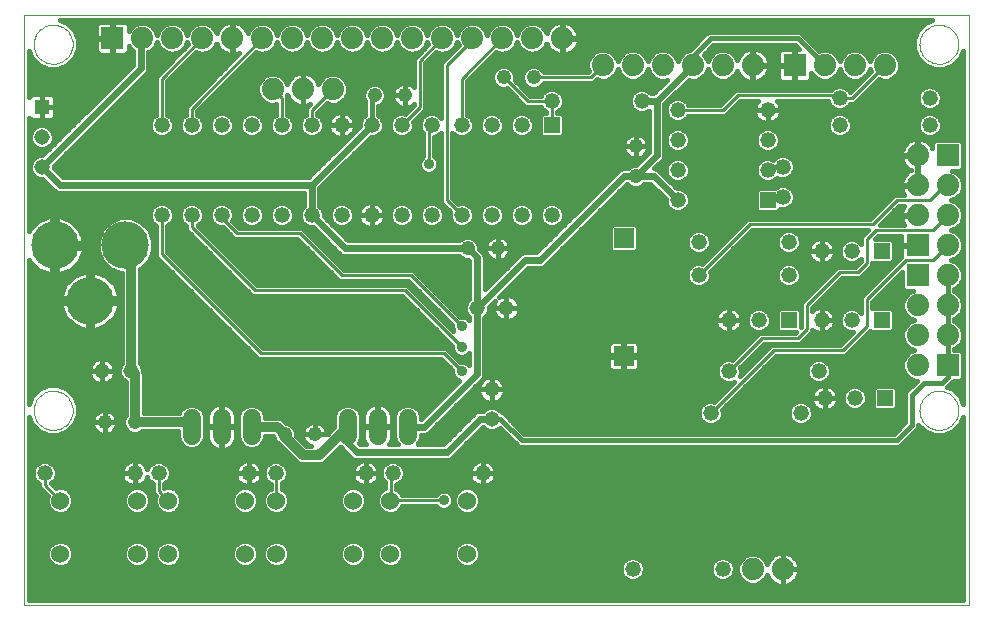
<source format=gtl>
G75*
G70*
%OFA0B0*%
%FSLAX24Y24*%
%IPPOS*%
%LPD*%
%AMOC8*
5,1,8,0,0,1.08239X$1,22.5*
%
%ADD10C,0.0000*%
%ADD11R,0.0520X0.0520*%
%ADD12C,0.0520*%
%ADD13R,0.0650X0.0650*%
%ADD14C,0.0740*%
%ADD15C,0.0476*%
%ADD16C,0.0600*%
%ADD17C,0.0515*%
%ADD18C,0.1580*%
%ADD19R,0.0740X0.0740*%
%ADD20C,0.0600*%
%ADD21R,0.0515X0.0515*%
%ADD22C,0.0120*%
%ADD23C,0.0160*%
%ADD24C,0.0356*%
%ADD25C,0.0100*%
%ADD26C,0.0320*%
%ADD27C,0.0240*%
D10*
X002510Y000181D02*
X002510Y019866D01*
X034006Y019866D01*
X034006Y000181D01*
X002510Y000181D01*
X002844Y006677D02*
X002846Y006727D01*
X002852Y006777D01*
X002862Y006827D01*
X002875Y006875D01*
X002892Y006923D01*
X002913Y006969D01*
X002937Y007013D01*
X002965Y007055D01*
X002996Y007095D01*
X003030Y007132D01*
X003067Y007167D01*
X003106Y007198D01*
X003147Y007227D01*
X003191Y007252D01*
X003237Y007274D01*
X003284Y007292D01*
X003332Y007306D01*
X003381Y007317D01*
X003431Y007324D01*
X003481Y007327D01*
X003532Y007326D01*
X003582Y007321D01*
X003632Y007312D01*
X003680Y007300D01*
X003728Y007283D01*
X003774Y007263D01*
X003819Y007240D01*
X003862Y007213D01*
X003902Y007183D01*
X003940Y007150D01*
X003975Y007114D01*
X004008Y007075D01*
X004037Y007034D01*
X004063Y006991D01*
X004086Y006946D01*
X004105Y006899D01*
X004120Y006851D01*
X004132Y006802D01*
X004140Y006752D01*
X004144Y006702D01*
X004144Y006652D01*
X004140Y006602D01*
X004132Y006552D01*
X004120Y006503D01*
X004105Y006455D01*
X004086Y006408D01*
X004063Y006363D01*
X004037Y006320D01*
X004008Y006279D01*
X003975Y006240D01*
X003940Y006204D01*
X003902Y006171D01*
X003862Y006141D01*
X003819Y006114D01*
X003774Y006091D01*
X003728Y006071D01*
X003680Y006054D01*
X003632Y006042D01*
X003582Y006033D01*
X003532Y006028D01*
X003481Y006027D01*
X003431Y006030D01*
X003381Y006037D01*
X003332Y006048D01*
X003284Y006062D01*
X003237Y006080D01*
X003191Y006102D01*
X003147Y006127D01*
X003106Y006156D01*
X003067Y006187D01*
X003030Y006222D01*
X002996Y006259D01*
X002965Y006299D01*
X002937Y006341D01*
X002913Y006385D01*
X002892Y006431D01*
X002875Y006479D01*
X002862Y006527D01*
X002852Y006577D01*
X002846Y006627D01*
X002844Y006677D01*
X002844Y018882D02*
X002846Y018932D01*
X002852Y018982D01*
X002862Y019032D01*
X002875Y019080D01*
X002892Y019128D01*
X002913Y019174D01*
X002937Y019218D01*
X002965Y019260D01*
X002996Y019300D01*
X003030Y019337D01*
X003067Y019372D01*
X003106Y019403D01*
X003147Y019432D01*
X003191Y019457D01*
X003237Y019479D01*
X003284Y019497D01*
X003332Y019511D01*
X003381Y019522D01*
X003431Y019529D01*
X003481Y019532D01*
X003532Y019531D01*
X003582Y019526D01*
X003632Y019517D01*
X003680Y019505D01*
X003728Y019488D01*
X003774Y019468D01*
X003819Y019445D01*
X003862Y019418D01*
X003902Y019388D01*
X003940Y019355D01*
X003975Y019319D01*
X004008Y019280D01*
X004037Y019239D01*
X004063Y019196D01*
X004086Y019151D01*
X004105Y019104D01*
X004120Y019056D01*
X004132Y019007D01*
X004140Y018957D01*
X004144Y018907D01*
X004144Y018857D01*
X004140Y018807D01*
X004132Y018757D01*
X004120Y018708D01*
X004105Y018660D01*
X004086Y018613D01*
X004063Y018568D01*
X004037Y018525D01*
X004008Y018484D01*
X003975Y018445D01*
X003940Y018409D01*
X003902Y018376D01*
X003862Y018346D01*
X003819Y018319D01*
X003774Y018296D01*
X003728Y018276D01*
X003680Y018259D01*
X003632Y018247D01*
X003582Y018238D01*
X003532Y018233D01*
X003481Y018232D01*
X003431Y018235D01*
X003381Y018242D01*
X003332Y018253D01*
X003284Y018267D01*
X003237Y018285D01*
X003191Y018307D01*
X003147Y018332D01*
X003106Y018361D01*
X003067Y018392D01*
X003030Y018427D01*
X002996Y018464D01*
X002965Y018504D01*
X002937Y018546D01*
X002913Y018590D01*
X002892Y018636D01*
X002875Y018684D01*
X002862Y018732D01*
X002852Y018782D01*
X002846Y018832D01*
X002844Y018882D01*
X032371Y018882D02*
X032373Y018932D01*
X032379Y018982D01*
X032389Y019032D01*
X032402Y019080D01*
X032419Y019128D01*
X032440Y019174D01*
X032464Y019218D01*
X032492Y019260D01*
X032523Y019300D01*
X032557Y019337D01*
X032594Y019372D01*
X032633Y019403D01*
X032674Y019432D01*
X032718Y019457D01*
X032764Y019479D01*
X032811Y019497D01*
X032859Y019511D01*
X032908Y019522D01*
X032958Y019529D01*
X033008Y019532D01*
X033059Y019531D01*
X033109Y019526D01*
X033159Y019517D01*
X033207Y019505D01*
X033255Y019488D01*
X033301Y019468D01*
X033346Y019445D01*
X033389Y019418D01*
X033429Y019388D01*
X033467Y019355D01*
X033502Y019319D01*
X033535Y019280D01*
X033564Y019239D01*
X033590Y019196D01*
X033613Y019151D01*
X033632Y019104D01*
X033647Y019056D01*
X033659Y019007D01*
X033667Y018957D01*
X033671Y018907D01*
X033671Y018857D01*
X033667Y018807D01*
X033659Y018757D01*
X033647Y018708D01*
X033632Y018660D01*
X033613Y018613D01*
X033590Y018568D01*
X033564Y018525D01*
X033535Y018484D01*
X033502Y018445D01*
X033467Y018409D01*
X033429Y018376D01*
X033389Y018346D01*
X033346Y018319D01*
X033301Y018296D01*
X033255Y018276D01*
X033207Y018259D01*
X033159Y018247D01*
X033109Y018238D01*
X033059Y018233D01*
X033008Y018232D01*
X032958Y018235D01*
X032908Y018242D01*
X032859Y018253D01*
X032811Y018267D01*
X032764Y018285D01*
X032718Y018307D01*
X032674Y018332D01*
X032633Y018361D01*
X032594Y018392D01*
X032557Y018427D01*
X032523Y018464D01*
X032492Y018504D01*
X032464Y018546D01*
X032440Y018590D01*
X032419Y018636D01*
X032402Y018684D01*
X032389Y018732D01*
X032379Y018782D01*
X032373Y018832D01*
X032371Y018882D01*
X032371Y006677D02*
X032373Y006727D01*
X032379Y006777D01*
X032389Y006827D01*
X032402Y006875D01*
X032419Y006923D01*
X032440Y006969D01*
X032464Y007013D01*
X032492Y007055D01*
X032523Y007095D01*
X032557Y007132D01*
X032594Y007167D01*
X032633Y007198D01*
X032674Y007227D01*
X032718Y007252D01*
X032764Y007274D01*
X032811Y007292D01*
X032859Y007306D01*
X032908Y007317D01*
X032958Y007324D01*
X033008Y007327D01*
X033059Y007326D01*
X033109Y007321D01*
X033159Y007312D01*
X033207Y007300D01*
X033255Y007283D01*
X033301Y007263D01*
X033346Y007240D01*
X033389Y007213D01*
X033429Y007183D01*
X033467Y007150D01*
X033502Y007114D01*
X033535Y007075D01*
X033564Y007034D01*
X033590Y006991D01*
X033613Y006946D01*
X033632Y006899D01*
X033647Y006851D01*
X033659Y006802D01*
X033667Y006752D01*
X033671Y006702D01*
X033671Y006652D01*
X033667Y006602D01*
X033659Y006552D01*
X033647Y006503D01*
X033632Y006455D01*
X033613Y006408D01*
X033590Y006363D01*
X033564Y006320D01*
X033535Y006279D01*
X033502Y006240D01*
X033467Y006204D01*
X033429Y006171D01*
X033389Y006141D01*
X033346Y006114D01*
X033301Y006091D01*
X033255Y006071D01*
X033207Y006054D01*
X033159Y006042D01*
X033109Y006033D01*
X033059Y006028D01*
X033008Y006027D01*
X032958Y006030D01*
X032908Y006037D01*
X032859Y006048D01*
X032811Y006062D01*
X032764Y006080D01*
X032718Y006102D01*
X032674Y006127D01*
X032633Y006156D01*
X032594Y006187D01*
X032557Y006222D01*
X032523Y006259D01*
X032492Y006299D01*
X032464Y006341D01*
X032440Y006385D01*
X032419Y006431D01*
X032402Y006479D01*
X032389Y006527D01*
X032379Y006577D01*
X032373Y006627D01*
X032371Y006677D01*
D11*
X031210Y007081D03*
X031110Y009681D03*
X028010Y009681D03*
X031110Y011981D03*
X027310Y013681D03*
X020110Y016181D03*
D12*
X019110Y016181D03*
X018110Y016181D03*
X017110Y016181D03*
X016110Y016181D03*
X015110Y016181D03*
X014110Y016181D03*
X013110Y016181D03*
X012110Y016181D03*
X011110Y016181D03*
X010110Y016181D03*
X009110Y016181D03*
X008110Y016181D03*
X007110Y016181D03*
X007110Y013181D03*
X008110Y013181D03*
X009110Y013181D03*
X010110Y013181D03*
X011110Y013181D03*
X012110Y013181D03*
X013110Y013181D03*
X014110Y013181D03*
X015110Y013181D03*
X016110Y013181D03*
X017110Y013181D03*
X018110Y013181D03*
X019110Y013181D03*
X020110Y013181D03*
X024310Y013681D03*
X024310Y014681D03*
X024310Y015681D03*
X024310Y016681D03*
X023110Y016981D03*
X020110Y016981D03*
X027310Y016681D03*
X027310Y015681D03*
X027810Y014781D03*
X027310Y014681D03*
X027810Y013781D03*
X028010Y012281D03*
X029110Y011981D03*
X030110Y011981D03*
X028010Y011181D03*
X027010Y009681D03*
X026010Y009681D03*
X025010Y011181D03*
X025010Y012281D03*
X029110Y009681D03*
X030110Y009681D03*
X029010Y007981D03*
X029210Y007081D03*
X028410Y006581D03*
X030210Y007081D03*
X026010Y007981D03*
X025410Y006581D03*
X017810Y004581D03*
X014810Y004581D03*
X013910Y004581D03*
X010910Y004581D03*
X010010Y004581D03*
X007010Y004581D03*
X006210Y004581D03*
X003210Y004581D03*
X022810Y001381D03*
X025810Y001381D03*
X029710Y016181D03*
X029710Y017081D03*
X032710Y017081D03*
X032710Y016181D03*
D13*
X022510Y012418D03*
X022510Y008481D03*
D14*
X032310Y008181D03*
X032310Y009181D03*
X033310Y009181D03*
X033310Y010181D03*
X032310Y010181D03*
X033310Y011181D03*
X033310Y012181D03*
X033310Y013181D03*
X032310Y013181D03*
X032310Y014181D03*
X033310Y014181D03*
X032310Y015181D03*
X031210Y018181D03*
X030210Y018181D03*
X029210Y018181D03*
X026810Y018181D03*
X025810Y018181D03*
X024810Y018181D03*
X023810Y018181D03*
X022810Y018181D03*
X021810Y018181D03*
X020462Y019079D03*
X019462Y019079D03*
X018462Y019079D03*
X017462Y019079D03*
X016462Y019079D03*
X015462Y019079D03*
X014462Y019079D03*
X013462Y019079D03*
X012462Y019079D03*
X011462Y019079D03*
X010462Y019079D03*
X009462Y019079D03*
X008462Y019079D03*
X007462Y019079D03*
X006462Y019079D03*
X010810Y017381D03*
X011810Y017381D03*
X012810Y017381D03*
X026810Y001381D03*
X027810Y001381D03*
D15*
X012210Y005881D03*
X011210Y005881D03*
X006210Y006281D03*
X005210Y006281D03*
X017310Y012081D03*
X018310Y012081D03*
X022910Y014481D03*
X022910Y015481D03*
X019510Y017781D03*
X018510Y017781D03*
X015210Y017181D03*
X014210Y017181D03*
D16*
X014310Y006431D02*
X014310Y005831D01*
X015310Y005831D02*
X015310Y006431D01*
X013310Y006431D02*
X013310Y005831D01*
X010110Y005831D02*
X010110Y006431D01*
X009110Y006431D02*
X009110Y005831D01*
X008110Y005831D02*
X008110Y006431D01*
D17*
X006102Y007981D03*
X005117Y007981D03*
X003110Y014781D03*
X003110Y015781D03*
X017617Y010081D03*
X018602Y010081D03*
X018110Y007374D03*
X018110Y006389D03*
D18*
X005903Y012181D03*
X003541Y012181D03*
X004722Y010331D03*
D19*
X005462Y019079D03*
X028210Y018181D03*
X033310Y015181D03*
X032310Y012181D03*
X032310Y011181D03*
X033310Y008181D03*
D20*
X017290Y003671D03*
X014730Y003671D03*
X013490Y003671D03*
X010930Y003671D03*
X009890Y003671D03*
X007330Y003671D03*
X006290Y003671D03*
X003730Y003671D03*
X003730Y001891D03*
X006290Y001891D03*
X007330Y001891D03*
X009890Y001891D03*
X010930Y001891D03*
X013490Y001891D03*
X014730Y001891D03*
X017290Y001891D03*
D21*
X003110Y016781D03*
D22*
X027310Y014681D02*
X027410Y014781D01*
X027810Y014781D01*
X027810Y013781D02*
X027710Y013681D01*
X027310Y013681D01*
D23*
X026910Y013658D02*
X024710Y013658D01*
X024710Y013602D02*
X024710Y013761D01*
X024649Y013908D01*
X024536Y014020D01*
X024389Y014081D01*
X024277Y014081D01*
X023730Y014629D01*
X023657Y014702D01*
X023561Y014741D01*
X023537Y014741D01*
X023830Y015034D01*
X023870Y015130D01*
X023870Y015233D01*
X023870Y016874D01*
X024679Y017683D01*
X024708Y017671D01*
X024911Y017671D01*
X025098Y017749D01*
X025242Y017893D01*
X025310Y018056D01*
X025377Y017893D01*
X025521Y017749D01*
X025708Y017671D01*
X025911Y017671D01*
X026098Y017749D01*
X026242Y017893D01*
X026288Y018004D01*
X026343Y017870D01*
X026498Y017715D01*
X026700Y017631D01*
X026790Y017631D01*
X026790Y018161D01*
X026830Y018161D01*
X026830Y018201D01*
X027360Y018201D01*
X027360Y018291D01*
X027276Y018493D01*
X027121Y018648D01*
X026919Y018731D01*
X026830Y018731D01*
X026790Y018731D01*
X026700Y018731D01*
X026498Y018648D01*
X026343Y018493D01*
X026288Y018359D01*
X026242Y018470D01*
X026098Y018614D01*
X025911Y018691D01*
X025708Y018691D01*
X025521Y018614D01*
X025377Y018470D01*
X025310Y018307D01*
X025242Y018470D01*
X025176Y018536D01*
X025501Y018861D01*
X028218Y018861D01*
X028349Y018731D01*
X028230Y018731D01*
X028190Y018731D01*
X027765Y018731D01*
X026920Y018731D01*
X026830Y018731D02*
X026830Y018202D01*
X026790Y018202D01*
X026790Y018731D01*
X026699Y018731D02*
X025370Y018731D01*
X025479Y018572D02*
X025212Y018572D01*
X025265Y018414D02*
X025354Y018414D01*
X024810Y018481D02*
X024810Y018181D01*
X024810Y018481D02*
X025410Y019081D01*
X028310Y019081D01*
X029210Y018181D01*
X029665Y018414D02*
X029754Y018414D01*
X029777Y018470D02*
X029710Y018307D01*
X029642Y018470D01*
X029498Y018614D01*
X029311Y018691D01*
X029108Y018691D01*
X029039Y018663D01*
X028401Y019301D01*
X028218Y019301D01*
X025318Y019301D01*
X025190Y019173D01*
X024708Y018691D01*
X024521Y018614D01*
X024377Y018470D01*
X024310Y018307D01*
X024242Y018470D01*
X024098Y018614D01*
X023911Y018691D01*
X023708Y018691D01*
X023521Y018614D01*
X023377Y018470D01*
X023310Y018307D01*
X023242Y018470D01*
X023098Y018614D01*
X022911Y018691D01*
X022708Y018691D01*
X022521Y018614D01*
X022377Y018470D01*
X022310Y018307D01*
X022242Y018470D01*
X022098Y018614D01*
X021911Y018691D01*
X021708Y018691D01*
X021521Y018614D01*
X021377Y018470D01*
X021300Y018283D01*
X021300Y018080D01*
X021341Y017981D01*
X021331Y017971D01*
X019840Y017971D01*
X019830Y017995D01*
X019724Y018102D01*
X019585Y018159D01*
X019434Y018159D01*
X019296Y018102D01*
X019189Y017995D01*
X019132Y017857D01*
X019132Y017706D01*
X019189Y017567D01*
X019296Y017461D01*
X019434Y017404D01*
X019585Y017404D01*
X019724Y017461D01*
X019830Y017567D01*
X019840Y017591D01*
X021331Y017591D01*
X021488Y017591D01*
X021609Y017712D01*
X021708Y017671D01*
X021911Y017671D01*
X022098Y017749D01*
X022242Y017893D01*
X022310Y018056D01*
X022377Y017893D01*
X022521Y017749D01*
X022708Y017671D01*
X022911Y017671D01*
X023098Y017749D01*
X023242Y017893D01*
X023310Y018056D01*
X023377Y017893D01*
X023521Y017749D01*
X023708Y017671D01*
X023911Y017671D01*
X023947Y017686D01*
X023502Y017241D01*
X023415Y017241D01*
X023336Y017320D01*
X023189Y017381D01*
X023030Y017381D01*
X022883Y017320D01*
X022771Y017208D01*
X022710Y017061D01*
X022710Y016902D01*
X022771Y016755D01*
X022883Y016642D01*
X023030Y016581D01*
X023189Y016581D01*
X023336Y016642D01*
X023350Y016656D01*
X023350Y015289D01*
X022920Y014859D01*
X022834Y014859D01*
X022696Y014802D01*
X022635Y014741D01*
X022561Y014741D01*
X022458Y014741D01*
X022362Y014702D01*
X019602Y011941D01*
X019269Y011941D01*
X019166Y011941D01*
X019070Y011902D01*
X017877Y010709D01*
X017877Y011722D01*
X017877Y011825D01*
X017838Y011921D01*
X017687Y012071D01*
X017687Y012157D01*
X017630Y012295D01*
X017524Y012402D01*
X017385Y012459D01*
X017234Y012459D01*
X017096Y012402D01*
X017035Y012341D01*
X013317Y012341D01*
X012510Y013149D01*
X012510Y013261D01*
X012449Y013408D01*
X012370Y013487D01*
X012370Y014074D01*
X014077Y015781D01*
X014189Y015781D01*
X014336Y015842D01*
X014449Y015955D01*
X014510Y016102D01*
X014510Y016261D01*
X014449Y016408D01*
X014336Y016520D01*
X014330Y016523D01*
X014330Y016822D01*
X014424Y016861D01*
X014530Y016967D01*
X014587Y017106D01*
X014587Y017257D01*
X014530Y017395D01*
X014424Y017502D01*
X014285Y017559D01*
X014134Y017559D01*
X013996Y017502D01*
X013889Y017395D01*
X013832Y017257D01*
X013832Y017106D01*
X013889Y016967D01*
X013890Y016967D01*
X013890Y016523D01*
X013883Y016520D01*
X013771Y016408D01*
X013710Y016261D01*
X013710Y016149D01*
X012002Y014441D01*
X003817Y014441D01*
X003507Y014752D01*
X003507Y014811D01*
X006557Y017861D01*
X006630Y017934D01*
X006670Y018030D01*
X006670Y018613D01*
X006751Y018647D01*
X006895Y018790D01*
X006962Y018954D01*
X007030Y018790D01*
X007173Y018647D01*
X007361Y018569D01*
X007564Y018569D01*
X007751Y018647D01*
X007895Y018790D01*
X007962Y018954D01*
X007993Y018879D01*
X006920Y017805D01*
X006920Y017648D01*
X006920Y016536D01*
X006883Y016520D01*
X006771Y016408D01*
X006710Y016261D01*
X006710Y016102D01*
X006771Y015955D01*
X006883Y015842D01*
X007030Y015781D01*
X007189Y015781D01*
X007336Y015842D01*
X007449Y015955D01*
X007510Y016102D01*
X007510Y016261D01*
X007449Y016408D01*
X007336Y016520D01*
X007300Y016536D01*
X007300Y017648D01*
X008262Y018610D01*
X008361Y018569D01*
X008564Y018569D01*
X008751Y018647D01*
X008895Y018790D01*
X008941Y018901D01*
X008996Y018767D01*
X009151Y018613D01*
X009353Y018529D01*
X009442Y018529D01*
X009442Y019059D01*
X009482Y019059D01*
X009482Y018529D01*
X009572Y018529D01*
X009695Y018580D01*
X007920Y016805D01*
X007920Y016648D01*
X007920Y016536D01*
X007883Y016520D01*
X007771Y016408D01*
X007710Y016261D01*
X007710Y016102D01*
X007771Y015955D01*
X007883Y015842D01*
X008030Y015781D01*
X008189Y015781D01*
X008336Y015842D01*
X008449Y015955D01*
X008510Y016102D01*
X008510Y016261D01*
X008449Y016408D01*
X008336Y016520D01*
X008300Y016536D01*
X008300Y016648D01*
X010262Y018610D01*
X010361Y018569D01*
X010564Y018569D01*
X010751Y018647D01*
X010895Y018790D01*
X010962Y018954D01*
X011030Y018790D01*
X011173Y018647D01*
X011361Y018569D01*
X011564Y018569D01*
X011751Y018647D01*
X011895Y018790D01*
X011962Y018954D01*
X012030Y018790D01*
X012173Y018647D01*
X012361Y018569D01*
X012564Y018569D01*
X012751Y018647D01*
X012895Y018790D01*
X012962Y018954D01*
X013030Y018790D01*
X013173Y018647D01*
X013361Y018569D01*
X013564Y018569D01*
X013751Y018647D01*
X013895Y018790D01*
X013962Y018954D01*
X014030Y018790D01*
X014173Y018647D01*
X014361Y018569D01*
X014564Y018569D01*
X014751Y018647D01*
X014895Y018790D01*
X014962Y018954D01*
X015030Y018790D01*
X015173Y018647D01*
X015361Y018569D01*
X015564Y018569D01*
X015751Y018647D01*
X015895Y018790D01*
X015962Y018954D01*
X015993Y018879D01*
X015520Y018405D01*
X015520Y018248D01*
X015520Y017462D01*
X015446Y017536D01*
X015293Y017599D01*
X015210Y017599D01*
X015210Y017182D01*
X015209Y017182D01*
X015209Y017599D01*
X015126Y017599D01*
X014973Y017536D01*
X014855Y017418D01*
X014792Y017265D01*
X014792Y017182D01*
X015209Y017182D01*
X015209Y017181D01*
X014792Y017181D01*
X014792Y017098D01*
X014855Y016945D01*
X014973Y016827D01*
X015126Y016764D01*
X015209Y016764D01*
X015209Y017181D01*
X015210Y017181D01*
X015210Y016764D01*
X015293Y016764D01*
X015446Y016827D01*
X015520Y016901D01*
X015520Y016860D01*
X015226Y016566D01*
X015189Y016581D01*
X015030Y016581D01*
X014883Y016520D01*
X014771Y016408D01*
X014710Y016261D01*
X014710Y016102D01*
X014771Y015955D01*
X014883Y015842D01*
X015030Y015781D01*
X015189Y015781D01*
X015336Y015842D01*
X015449Y015955D01*
X015510Y016102D01*
X015510Y016261D01*
X015494Y016298D01*
X015788Y016591D01*
X015900Y016703D01*
X015900Y018248D01*
X016262Y018610D01*
X016361Y018569D01*
X016564Y018569D01*
X016751Y018647D01*
X016895Y018790D01*
X016962Y018954D01*
X017006Y018847D01*
X016420Y018260D01*
X016420Y018103D01*
X016420Y016437D01*
X016336Y016520D01*
X016189Y016581D01*
X016030Y016581D01*
X015883Y016520D01*
X015771Y016408D01*
X015710Y016261D01*
X015710Y016102D01*
X015771Y015955D01*
X015820Y015906D01*
X015820Y015141D01*
X015740Y015062D01*
X015691Y014945D01*
X015691Y014818D01*
X015740Y014701D01*
X015829Y014612D01*
X015946Y014563D01*
X016073Y014563D01*
X016190Y014612D01*
X016279Y014701D01*
X016328Y014818D01*
X016328Y014945D01*
X016279Y015062D01*
X016200Y015141D01*
X016200Y015786D01*
X016336Y015842D01*
X016420Y015926D01*
X016420Y013603D01*
X016531Y013491D01*
X016725Y013298D01*
X016710Y013261D01*
X016710Y013102D01*
X016771Y012955D01*
X016883Y012842D01*
X017030Y012781D01*
X017189Y012781D01*
X017336Y012842D01*
X017449Y012955D01*
X017510Y013102D01*
X017510Y013261D01*
X017449Y013408D01*
X017336Y013520D01*
X017189Y013581D01*
X017030Y013581D01*
X016993Y013566D01*
X016800Y013760D01*
X016800Y015926D01*
X016883Y015842D01*
X017030Y015781D01*
X017189Y015781D01*
X017336Y015842D01*
X017449Y015955D01*
X017510Y016102D01*
X017510Y016261D01*
X017449Y016408D01*
X017336Y016520D01*
X017300Y016536D01*
X017300Y017648D01*
X018262Y018610D01*
X018361Y018569D01*
X018564Y018569D01*
X018751Y018647D01*
X018895Y018790D01*
X018962Y018954D01*
X019030Y018790D01*
X019173Y018647D01*
X019361Y018569D01*
X019564Y018569D01*
X019751Y018647D01*
X019895Y018790D01*
X019941Y018901D01*
X019996Y018767D01*
X020151Y018613D01*
X020353Y018529D01*
X020442Y018529D01*
X020442Y019059D01*
X020482Y019059D01*
X020482Y018529D01*
X020572Y018529D01*
X020774Y018613D01*
X020929Y018767D01*
X021012Y018970D01*
X021012Y019059D01*
X020483Y019059D01*
X020483Y019099D01*
X021012Y019099D01*
X021012Y019188D01*
X020929Y019391D01*
X020774Y019545D01*
X020572Y019629D01*
X020482Y019629D01*
X020482Y019099D01*
X020442Y019099D01*
X020442Y019629D01*
X020353Y019629D01*
X020151Y019545D01*
X019996Y019391D01*
X019941Y019257D01*
X019895Y019368D01*
X019751Y019511D01*
X019564Y019589D01*
X019361Y019589D01*
X019173Y019511D01*
X019030Y019368D01*
X018962Y019205D01*
X018895Y019368D01*
X018751Y019511D01*
X018564Y019589D01*
X018361Y019589D01*
X018173Y019511D01*
X018030Y019368D01*
X017962Y019205D01*
X017895Y019368D01*
X017751Y019511D01*
X017564Y019589D01*
X017361Y019589D01*
X017173Y019511D01*
X017030Y019368D01*
X016962Y019205D01*
X016895Y019368D01*
X016751Y019511D01*
X016564Y019589D01*
X016361Y019589D01*
X016173Y019511D01*
X016030Y019368D01*
X015962Y019205D01*
X015895Y019368D01*
X015751Y019511D01*
X015564Y019589D01*
X015361Y019589D01*
X015173Y019511D01*
X015030Y019368D01*
X014962Y019205D01*
X014895Y019368D01*
X014751Y019511D01*
X014564Y019589D01*
X014361Y019589D01*
X014173Y019511D01*
X014030Y019368D01*
X013962Y019205D01*
X013895Y019368D01*
X013751Y019511D01*
X013564Y019589D01*
X013361Y019589D01*
X013173Y019511D01*
X013030Y019368D01*
X012962Y019205D01*
X012895Y019368D01*
X012751Y019511D01*
X012564Y019589D01*
X012361Y019589D01*
X012173Y019511D01*
X012030Y019368D01*
X011962Y019205D01*
X011895Y019368D01*
X011751Y019511D01*
X011564Y019589D01*
X011361Y019589D01*
X011173Y019511D01*
X011030Y019368D01*
X010962Y019205D01*
X010895Y019368D01*
X010751Y019511D01*
X010564Y019589D01*
X010361Y019589D01*
X010173Y019511D01*
X010030Y019368D01*
X009984Y019257D01*
X009929Y019391D01*
X009774Y019545D01*
X009572Y019629D01*
X009482Y019629D01*
X009482Y019099D01*
X009442Y019099D01*
X009442Y019629D01*
X009353Y019629D01*
X009151Y019545D01*
X008996Y019391D01*
X008941Y019257D01*
X008895Y019368D01*
X008751Y019511D01*
X008564Y019589D01*
X008361Y019589D01*
X008173Y019511D01*
X008030Y019368D01*
X007962Y019205D01*
X007895Y019368D01*
X007751Y019511D01*
X007564Y019589D01*
X007361Y019589D01*
X007173Y019511D01*
X007030Y019368D01*
X006962Y019205D01*
X006895Y019368D01*
X006751Y019511D01*
X006564Y019589D01*
X006361Y019589D01*
X006173Y019511D01*
X006030Y019368D01*
X006012Y019325D01*
X006012Y019524D01*
X006203Y019524D01*
X006012Y019524D02*
X005907Y019629D01*
X005482Y019629D01*
X005482Y019099D01*
X005442Y019099D01*
X005442Y019059D01*
X004912Y019059D01*
X004912Y018634D01*
X005018Y018529D01*
X005442Y018529D01*
X005442Y019059D01*
X005482Y019059D01*
X005482Y018529D01*
X005907Y018529D01*
X006012Y018634D01*
X006012Y018833D01*
X006030Y018790D01*
X006150Y018671D01*
X006150Y018189D01*
X003139Y015179D01*
X003031Y015179D01*
X002884Y015118D01*
X002773Y015007D01*
X002712Y014860D01*
X002712Y014702D01*
X002773Y014556D01*
X002884Y014444D01*
X003031Y014384D01*
X003139Y014384D01*
X003562Y013961D01*
X003658Y013921D01*
X003761Y013921D01*
X011850Y013921D01*
X011850Y013487D01*
X011771Y013408D01*
X011710Y013261D01*
X011710Y013102D01*
X011771Y012955D01*
X011883Y012842D01*
X012030Y012781D01*
X012142Y012781D01*
X013062Y011861D01*
X013158Y011821D01*
X013261Y011821D01*
X017035Y011821D01*
X017096Y011761D01*
X017234Y011704D01*
X017320Y011704D01*
X017357Y011666D01*
X017357Y010384D01*
X017281Y010307D01*
X017220Y010160D01*
X017220Y010002D01*
X017281Y009856D01*
X017350Y009787D01*
X017350Y009691D01*
X017290Y009751D01*
X017173Y009799D01*
X017060Y009799D01*
X015488Y011371D01*
X015331Y011371D01*
X013188Y011371D01*
X011788Y012771D01*
X011631Y012771D01*
X009688Y012771D01*
X009465Y012995D01*
X009510Y013102D01*
X009510Y013261D01*
X009449Y013408D01*
X009336Y013520D01*
X009189Y013581D01*
X009030Y013581D01*
X008883Y013520D01*
X008771Y013408D01*
X008710Y013261D01*
X008710Y013102D01*
X008771Y012955D01*
X008883Y012842D01*
X009030Y012781D01*
X009141Y012781D01*
X009420Y012503D01*
X009531Y012391D01*
X011631Y012391D01*
X012920Y011103D01*
X013031Y010991D01*
X015331Y010991D01*
X016791Y009531D01*
X016791Y009418D01*
X016827Y009333D01*
X015400Y010760D01*
X015288Y010871D01*
X010288Y010871D01*
X008323Y012837D01*
X008336Y012842D01*
X008449Y012955D01*
X008510Y013102D01*
X008510Y013261D01*
X008449Y013408D01*
X008336Y013520D01*
X008189Y013581D01*
X008030Y013581D01*
X007883Y013520D01*
X007771Y013408D01*
X007710Y013261D01*
X007710Y013102D01*
X007771Y012955D01*
X007883Y012842D01*
X007920Y012827D01*
X007920Y012703D01*
X010020Y010603D01*
X010131Y010491D01*
X015131Y010491D01*
X016791Y008831D01*
X016791Y008718D01*
X016840Y008601D01*
X016929Y008512D01*
X017046Y008463D01*
X017173Y008463D01*
X017290Y008512D01*
X017350Y008572D01*
X017350Y008191D01*
X017290Y008251D01*
X017173Y008299D01*
X017060Y008299D01*
X016588Y008771D01*
X016431Y008771D01*
X010488Y008771D01*
X007300Y011960D01*
X007300Y012827D01*
X007336Y012842D01*
X007449Y012955D01*
X007510Y013102D01*
X007510Y013261D01*
X007449Y013408D01*
X007336Y013520D01*
X007189Y013581D01*
X007030Y013581D01*
X006883Y013520D01*
X006771Y013408D01*
X006710Y013261D01*
X006710Y013102D01*
X006771Y012955D01*
X006883Y012842D01*
X006920Y012827D01*
X006920Y011960D01*
X006920Y011803D01*
X010220Y008503D01*
X010331Y008391D01*
X016431Y008391D01*
X016791Y008031D01*
X016791Y007918D01*
X016840Y007801D01*
X016929Y007712D01*
X017030Y007670D01*
X015752Y006391D01*
X015750Y006391D01*
X015750Y006519D01*
X015683Y006681D01*
X015559Y006804D01*
X015397Y006871D01*
X015222Y006871D01*
X015060Y006804D01*
X014937Y006681D01*
X014870Y006519D01*
X014870Y005744D01*
X014937Y005582D01*
X014977Y005541D01*
X014698Y005541D01*
X014716Y005559D01*
X014790Y005736D01*
X014790Y006111D01*
X014330Y006111D01*
X014330Y006151D01*
X014790Y006151D01*
X014790Y006527D01*
X014716Y006703D01*
X014581Y006838D01*
X014405Y006911D01*
X014330Y006911D01*
X014330Y006152D01*
X014290Y006152D01*
X014290Y006911D01*
X014214Y006911D01*
X014038Y006838D01*
X013903Y006703D01*
X013830Y006527D01*
X013830Y006151D01*
X014289Y006151D01*
X014289Y006111D01*
X013830Y006111D01*
X013830Y005736D01*
X013903Y005559D01*
X013921Y005541D01*
X013717Y005541D01*
X013680Y005579D01*
X013683Y005582D01*
X013750Y005744D01*
X013750Y006519D01*
X013683Y006681D01*
X013559Y006804D01*
X013397Y006871D01*
X013222Y006871D01*
X013060Y006804D01*
X012937Y006681D01*
X012870Y006519D01*
X012870Y006116D01*
X012627Y005873D01*
X012627Y005881D01*
X012210Y005881D01*
X012210Y005882D01*
X012209Y005882D01*
X012209Y006299D01*
X012126Y006299D01*
X011973Y006236D01*
X011855Y006118D01*
X011792Y005965D01*
X011792Y005882D01*
X012209Y005882D01*
X012209Y005881D01*
X011792Y005881D01*
X011792Y005798D01*
X011855Y005645D01*
X011973Y005527D01*
X012084Y005481D01*
X011934Y005481D01*
X011587Y005828D01*
X011587Y005957D01*
X011530Y006095D01*
X011424Y006202D01*
X011285Y006259D01*
X011256Y006259D01*
X011130Y006386D01*
X011019Y006431D01*
X010900Y006431D01*
X010550Y006431D01*
X010550Y006519D01*
X010483Y006681D01*
X010359Y006804D01*
X010197Y006871D01*
X010022Y006871D01*
X009860Y006804D01*
X009737Y006681D01*
X009670Y006519D01*
X009670Y005744D01*
X009737Y005582D01*
X009860Y005458D01*
X010022Y005391D01*
X010197Y005391D01*
X010359Y005458D01*
X010483Y005582D01*
X010550Y005744D01*
X010550Y005831D01*
X010832Y005831D01*
X010832Y005806D01*
X010889Y005667D01*
X010996Y005561D01*
X011013Y005554D01*
X011555Y005011D01*
X011640Y004927D01*
X011750Y004881D01*
X012300Y004881D01*
X012419Y004881D01*
X012530Y004927D01*
X013061Y005458D01*
X013083Y005449D01*
X013089Y005434D01*
X013162Y005361D01*
X013462Y005061D01*
X013558Y005021D01*
X013661Y005021D01*
X016661Y005021D01*
X016757Y005061D01*
X016830Y005134D01*
X016830Y005134D01*
X017816Y006120D01*
X017884Y006052D01*
X018031Y005992D01*
X018189Y005992D01*
X018335Y006052D01*
X018381Y006099D01*
X018890Y005590D01*
X019018Y005461D01*
X031701Y005461D01*
X031830Y005590D01*
X032201Y005961D01*
X032330Y006090D01*
X032330Y006196D01*
X032551Y005974D01*
X032856Y005847D01*
X033186Y005847D01*
X033492Y005974D01*
X033725Y006207D01*
X033826Y006450D01*
X033826Y000361D01*
X002690Y000361D01*
X002690Y006450D01*
X002790Y006207D01*
X003024Y005974D01*
X003329Y005847D01*
X003659Y005847D01*
X003964Y005974D01*
X004197Y006207D01*
X004324Y006512D01*
X004324Y006843D01*
X004197Y007148D01*
X003964Y007381D01*
X003659Y007507D01*
X003329Y007507D01*
X003024Y007381D01*
X002790Y007148D01*
X002690Y006905D01*
X002690Y011703D01*
X002719Y011632D01*
X002992Y011359D01*
X003348Y011211D01*
X003461Y011211D01*
X003461Y012101D01*
X003621Y012101D01*
X003621Y011211D01*
X003734Y011211D01*
X004091Y011359D01*
X004363Y011632D01*
X004511Y011988D01*
X004511Y012101D01*
X003621Y012101D01*
X003621Y012261D01*
X004511Y012261D01*
X004511Y012374D01*
X004363Y012731D01*
X004091Y013004D01*
X003734Y013151D01*
X003621Y013151D01*
X003621Y012262D01*
X003461Y012262D01*
X003461Y013151D01*
X003348Y013151D01*
X002992Y013004D01*
X002719Y012731D01*
X002690Y012660D01*
X002690Y016432D01*
X002778Y016344D01*
X003109Y016344D01*
X003109Y016781D01*
X003110Y016781D01*
X003110Y016782D01*
X003109Y016782D01*
X003109Y017219D01*
X002778Y017219D01*
X002690Y017131D01*
X002690Y018655D01*
X002790Y018412D01*
X003024Y018179D01*
X003329Y018052D01*
X003659Y018052D01*
X003964Y018179D01*
X004197Y018412D01*
X004324Y018717D01*
X004324Y019047D01*
X004197Y019352D01*
X003964Y019586D01*
X003721Y019686D01*
X032794Y019686D01*
X032551Y019586D01*
X032318Y019352D01*
X032191Y019047D01*
X032191Y018717D01*
X032318Y018412D01*
X032551Y018179D01*
X032856Y018052D01*
X033186Y018052D01*
X033492Y018179D01*
X033725Y018412D01*
X033826Y018655D01*
X033826Y006905D01*
X033725Y007148D01*
X033492Y007381D01*
X033300Y007461D01*
X033401Y007561D01*
X033511Y007671D01*
X033738Y007671D01*
X033820Y007753D01*
X033820Y008609D01*
X033738Y008691D01*
X033530Y008691D01*
X033530Y008721D01*
X033598Y008749D01*
X033742Y008893D01*
X033820Y009080D01*
X033820Y009283D01*
X033742Y009470D01*
X033598Y009614D01*
X033530Y009642D01*
X033530Y009721D01*
X033598Y009749D01*
X033742Y009893D01*
X033820Y010080D01*
X033820Y010283D01*
X033742Y010470D01*
X033598Y010614D01*
X033530Y010642D01*
X033530Y010721D01*
X033598Y010749D01*
X033742Y010893D01*
X033820Y011080D01*
X033820Y011283D01*
X033742Y011470D01*
X033598Y011614D01*
X033435Y011681D01*
X033598Y011749D01*
X033742Y011893D01*
X033820Y012080D01*
X033820Y012283D01*
X033742Y012470D01*
X033598Y012614D01*
X033435Y012681D01*
X033598Y012749D01*
X033742Y012893D01*
X033820Y013080D01*
X033820Y013283D01*
X033742Y013470D01*
X033598Y013614D01*
X033435Y013681D01*
X033598Y013749D01*
X033742Y013893D01*
X033820Y014080D01*
X033820Y014283D01*
X033742Y014470D01*
X033598Y014614D01*
X033459Y014671D01*
X033738Y014671D01*
X033820Y014753D01*
X033820Y015609D01*
X033738Y015691D01*
X032882Y015691D01*
X032800Y015609D01*
X032800Y015435D01*
X032776Y015493D01*
X032621Y015648D01*
X032419Y015731D01*
X032330Y015731D01*
X032330Y015202D01*
X032290Y015202D01*
X032290Y015731D01*
X032200Y015731D01*
X031998Y015648D01*
X031843Y015493D01*
X031760Y015291D01*
X031760Y015201D01*
X032289Y015201D01*
X032289Y015161D01*
X031760Y015161D01*
X031760Y015072D01*
X031843Y014870D01*
X031998Y014715D01*
X032080Y014681D01*
X031998Y014648D01*
X031843Y014493D01*
X031760Y014291D01*
X031760Y014201D01*
X032289Y014201D01*
X032289Y014161D01*
X031760Y014161D01*
X031760Y014072D01*
X031843Y013871D01*
X031531Y013871D01*
X031420Y013760D01*
X030731Y013071D01*
X026631Y013071D01*
X026520Y012960D01*
X025126Y011566D01*
X025089Y011581D01*
X024930Y011581D01*
X024783Y011520D01*
X024671Y011408D01*
X024610Y011261D01*
X024610Y011102D01*
X024671Y010955D01*
X024783Y010842D01*
X024930Y010781D01*
X025089Y010781D01*
X025236Y010842D01*
X025349Y010955D01*
X025410Y011102D01*
X025410Y011261D01*
X025394Y011298D01*
X026788Y012691D01*
X030651Y012691D01*
X030420Y012460D01*
X030420Y012303D01*
X030420Y012237D01*
X030336Y012320D01*
X030189Y012381D01*
X030030Y012381D01*
X029883Y012320D01*
X029771Y012208D01*
X029710Y012061D01*
X029710Y011902D01*
X029771Y011755D01*
X029883Y011642D01*
X030030Y011581D01*
X030189Y011581D01*
X030336Y011642D01*
X030420Y011726D01*
X030420Y011660D01*
X030231Y011471D01*
X029631Y011471D01*
X029520Y011360D01*
X028420Y010260D01*
X028420Y010103D01*
X028420Y009460D01*
X028410Y009450D01*
X028410Y009999D01*
X028328Y010081D01*
X027692Y010081D01*
X027610Y009999D01*
X027610Y009363D01*
X027692Y009281D01*
X028241Y009281D01*
X028231Y009271D01*
X027031Y009271D01*
X026920Y009160D01*
X026126Y008366D01*
X026089Y008381D01*
X025930Y008381D01*
X025783Y008320D01*
X025671Y008208D01*
X025610Y008061D01*
X025610Y007902D01*
X025671Y007755D01*
X025783Y007642D01*
X025930Y007581D01*
X026089Y007581D01*
X026178Y007618D01*
X025526Y006966D01*
X025489Y006981D01*
X025330Y006981D01*
X025183Y006920D01*
X025071Y006808D01*
X025010Y006661D01*
X025010Y006502D01*
X025071Y006355D01*
X025183Y006242D01*
X025330Y006181D01*
X025489Y006181D01*
X025636Y006242D01*
X025749Y006355D01*
X025810Y006502D01*
X025810Y006661D01*
X025794Y006698D01*
X027588Y008491D01*
X029731Y008491D01*
X029888Y008491D01*
X030688Y009291D01*
X030735Y009338D01*
X030792Y009281D01*
X031428Y009281D01*
X031510Y009363D01*
X031510Y009999D01*
X031428Y010081D01*
X030800Y010081D01*
X030800Y010303D01*
X031800Y011303D01*
X031800Y010753D01*
X031882Y010671D01*
X032160Y010671D01*
X032021Y010614D01*
X031877Y010470D01*
X031800Y010283D01*
X031800Y010080D01*
X031877Y009893D01*
X032021Y009749D01*
X032184Y009681D01*
X032021Y009614D01*
X031877Y009470D01*
X031800Y009283D01*
X031800Y009080D01*
X031877Y008893D01*
X032021Y008749D01*
X032184Y008681D01*
X032021Y008614D01*
X031877Y008470D01*
X031800Y008283D01*
X031800Y008080D01*
X031877Y007893D01*
X032021Y007749D01*
X032208Y007671D01*
X032289Y007671D01*
X031890Y007273D01*
X031890Y007090D01*
X031890Y006272D01*
X031519Y005901D01*
X019201Y005901D01*
X018493Y006609D01*
X018449Y006609D01*
X018447Y006614D01*
X018335Y006726D01*
X018189Y006787D01*
X018031Y006787D01*
X017884Y006726D01*
X017807Y006649D01*
X017769Y006649D01*
X017666Y006649D01*
X017570Y006610D01*
X016502Y005541D01*
X015642Y005541D01*
X015683Y005582D01*
X015750Y005744D01*
X015750Y005871D01*
X015808Y005871D01*
X015911Y005871D01*
X016007Y005911D01*
X017757Y007661D01*
X017830Y007734D01*
X017870Y007830D01*
X017870Y009771D01*
X017954Y009856D01*
X018015Y010002D01*
X018015Y010111D01*
X018229Y010326D01*
X018164Y010168D01*
X018164Y010082D01*
X018601Y010082D01*
X018601Y010519D01*
X018515Y010519D01*
X018357Y010454D01*
X019325Y011421D01*
X019761Y011421D01*
X019857Y011461D01*
X019930Y011534D01*
X022617Y014221D01*
X022635Y014221D01*
X022696Y014161D01*
X022834Y014104D01*
X022985Y014104D01*
X023124Y014161D01*
X023184Y014221D01*
X023402Y014221D01*
X023910Y013714D01*
X023910Y013602D01*
X023971Y013455D01*
X024083Y013342D01*
X024230Y013281D01*
X024389Y013281D01*
X024536Y013342D01*
X024649Y013455D01*
X024710Y013602D01*
X024667Y013499D02*
X026910Y013499D01*
X026910Y013363D02*
X026992Y013281D01*
X027628Y013281D01*
X027710Y013363D01*
X027710Y013390D01*
X027730Y013381D01*
X027889Y013381D01*
X028036Y013442D01*
X028149Y013555D01*
X028210Y013702D01*
X028210Y013861D01*
X028149Y014008D01*
X028036Y014120D01*
X027889Y014181D01*
X027730Y014181D01*
X027583Y014120D01*
X027544Y014081D01*
X026992Y014081D01*
X026910Y013999D01*
X026910Y013363D01*
X026932Y013341D02*
X024532Y013341D01*
X024087Y013341D02*
X021736Y013341D01*
X021895Y013499D02*
X023952Y013499D01*
X023910Y013658D02*
X022053Y013658D01*
X022212Y013816D02*
X023807Y013816D01*
X023649Y013975D02*
X022371Y013975D01*
X022529Y014133D02*
X022763Y014133D01*
X023056Y014133D02*
X023490Y014133D01*
X023908Y014450D02*
X023975Y014450D01*
X023971Y014455D02*
X024083Y014342D01*
X024230Y014281D01*
X024389Y014281D01*
X024536Y014342D01*
X024649Y014455D01*
X024710Y014602D01*
X024710Y014761D01*
X024649Y014908D01*
X024536Y015020D01*
X024389Y015081D01*
X024230Y015081D01*
X024083Y015020D01*
X023971Y014908D01*
X023910Y014761D01*
X023910Y014602D01*
X023971Y014455D01*
X023910Y014609D02*
X023750Y014609D01*
X023730Y014629D02*
X023730Y014629D01*
X023563Y014767D02*
X023912Y014767D01*
X023988Y014926D02*
X023722Y014926D01*
X023851Y015084D02*
X027547Y015084D01*
X027583Y015120D02*
X027499Y015036D01*
X027389Y015081D01*
X027230Y015081D01*
X027083Y015020D01*
X026971Y014908D01*
X026910Y014761D01*
X026910Y014602D01*
X026971Y014455D01*
X027083Y014342D01*
X027230Y014281D01*
X027389Y014281D01*
X027536Y014342D01*
X027621Y014427D01*
X027730Y014381D01*
X027889Y014381D01*
X028036Y014442D01*
X028149Y014555D01*
X028210Y014702D01*
X028210Y014861D01*
X028149Y015008D01*
X028036Y015120D01*
X027889Y015181D01*
X027730Y015181D01*
X027583Y015120D01*
X027536Y015342D02*
X027649Y015455D01*
X027710Y015602D01*
X027710Y015761D01*
X027649Y015908D01*
X027536Y016020D01*
X027389Y016081D01*
X027230Y016081D01*
X027083Y016020D01*
X026971Y015908D01*
X026910Y015761D01*
X026910Y015602D01*
X026971Y015455D01*
X027083Y015342D01*
X027230Y015281D01*
X027389Y015281D01*
X027536Y015342D01*
X027595Y015402D02*
X031806Y015402D01*
X031760Y015243D02*
X023870Y015243D01*
X023870Y015402D02*
X024024Y015402D01*
X023971Y015455D02*
X024083Y015342D01*
X024230Y015281D01*
X024389Y015281D01*
X024536Y015342D01*
X024649Y015455D01*
X024710Y015602D01*
X024710Y015761D01*
X024649Y015908D01*
X024536Y016020D01*
X024389Y016081D01*
X024230Y016081D01*
X024083Y016020D01*
X023971Y015908D01*
X023910Y015761D01*
X023910Y015602D01*
X023971Y015455D01*
X023927Y015560D02*
X023870Y015560D01*
X023870Y015719D02*
X023910Y015719D01*
X023870Y015877D02*
X023958Y015877D01*
X023870Y016036D02*
X024120Y016036D01*
X024230Y016281D02*
X024389Y016281D01*
X024536Y016342D01*
X024649Y016455D01*
X024664Y016491D01*
X025731Y016491D01*
X025888Y016491D01*
X026388Y016991D01*
X026997Y016991D01*
X026937Y016931D01*
X026870Y016769D01*
X026870Y016682D01*
X027309Y016682D01*
X027309Y016681D01*
X026870Y016681D01*
X026870Y016594D01*
X026937Y016432D01*
X027060Y016308D01*
X027222Y016241D01*
X027309Y016241D01*
X027309Y016681D01*
X027310Y016681D01*
X027310Y016682D01*
X027750Y016682D01*
X027750Y016769D01*
X027683Y016931D01*
X027622Y016991D01*
X029314Y016991D01*
X029371Y016855D01*
X029483Y016742D01*
X029630Y016681D01*
X029789Y016681D01*
X029936Y016742D01*
X030049Y016855D01*
X030064Y016891D01*
X030188Y016891D01*
X030300Y017003D01*
X031009Y017712D01*
X031108Y017671D01*
X031311Y017671D01*
X031498Y017749D01*
X031642Y017893D01*
X031720Y018080D01*
X031720Y018283D01*
X031642Y018470D01*
X031498Y018614D01*
X031311Y018691D01*
X031108Y018691D01*
X030921Y018614D01*
X030777Y018470D01*
X030710Y018307D01*
X030642Y018470D01*
X030498Y018614D01*
X030311Y018691D01*
X030108Y018691D01*
X029921Y018614D01*
X029777Y018470D01*
X029879Y018572D02*
X029540Y018572D01*
X028971Y018731D02*
X032191Y018731D01*
X032191Y018890D02*
X028813Y018890D01*
X028654Y019048D02*
X032192Y019048D01*
X032257Y019207D02*
X028495Y019207D01*
X028230Y018731D02*
X028230Y018202D01*
X028190Y018202D01*
X028190Y018731D01*
X028190Y018572D02*
X028230Y018572D01*
X028230Y018414D02*
X028190Y018414D01*
X028190Y018255D02*
X028230Y018255D01*
X028189Y018201D02*
X028189Y018161D01*
X027660Y018161D01*
X027660Y017737D01*
X027765Y017631D01*
X028190Y017631D01*
X028190Y018161D01*
X028230Y018161D01*
X028230Y017631D01*
X028654Y017631D01*
X028760Y017737D01*
X028760Y017935D01*
X028777Y017893D01*
X028921Y017749D01*
X029108Y017671D01*
X029311Y017671D01*
X029498Y017749D01*
X029642Y017893D01*
X029710Y018056D01*
X029777Y017893D01*
X029921Y017749D01*
X030108Y017671D01*
X030311Y017671D01*
X030498Y017749D01*
X030642Y017893D01*
X030710Y018056D01*
X030741Y017981D01*
X030054Y017295D01*
X030049Y017308D01*
X029936Y017420D01*
X029789Y017481D01*
X029630Y017481D01*
X029483Y017420D01*
X029434Y017371D01*
X026231Y017371D01*
X026120Y017260D01*
X025731Y016871D01*
X024664Y016871D01*
X024649Y016908D01*
X024536Y017020D01*
X024389Y017081D01*
X024230Y017081D01*
X024083Y017020D01*
X023971Y016908D01*
X023910Y016761D01*
X023910Y016602D01*
X023971Y016455D01*
X024083Y016342D01*
X024230Y016281D01*
X024072Y016353D02*
X023870Y016353D01*
X023870Y016511D02*
X023947Y016511D01*
X023910Y016670D02*
X023870Y016670D01*
X023870Y016828D02*
X023938Y016828D01*
X023983Y016987D02*
X024050Y016987D01*
X024141Y017146D02*
X026005Y017146D01*
X026120Y017260D02*
X026120Y017260D01*
X026164Y017304D02*
X024300Y017304D01*
X024459Y017463D02*
X029585Y017463D01*
X029834Y017463D02*
X030222Y017463D01*
X030381Y017621D02*
X024617Y017621D01*
X025129Y017780D02*
X025490Y017780D01*
X025358Y017938D02*
X025261Y017938D01*
X024354Y018414D02*
X024265Y018414D01*
X024140Y018572D02*
X024479Y018572D01*
X024708Y018691D02*
X024708Y018691D01*
X024748Y018731D02*
X020892Y018731D01*
X020979Y018890D02*
X024907Y018890D01*
X025065Y019048D02*
X021012Y019048D01*
X021005Y019207D02*
X025224Y019207D01*
X026140Y018572D02*
X026423Y018572D01*
X026311Y018414D02*
X026265Y018414D01*
X026261Y017938D02*
X026315Y017938D01*
X026433Y017780D02*
X026129Y017780D01*
X026790Y017780D02*
X026830Y017780D01*
X026830Y017631D02*
X026919Y017631D01*
X027121Y017715D01*
X027276Y017870D01*
X027360Y018072D01*
X027360Y018161D01*
X026830Y018161D01*
X026830Y017631D01*
X027186Y017780D02*
X027660Y017780D01*
X027660Y017938D02*
X027304Y017938D01*
X027360Y018097D02*
X027660Y018097D01*
X027660Y018201D02*
X028189Y018201D01*
X028190Y018097D02*
X028230Y018097D01*
X028230Y017938D02*
X028190Y017938D01*
X028190Y017780D02*
X028230Y017780D01*
X028760Y017780D02*
X028890Y017780D01*
X029529Y017780D02*
X029890Y017780D01*
X029758Y017938D02*
X029661Y017938D01*
X030050Y017304D02*
X030064Y017304D01*
X030442Y017146D02*
X032310Y017146D01*
X032310Y017161D02*
X032310Y017002D01*
X032371Y016855D01*
X032483Y016742D01*
X032630Y016681D01*
X032789Y016681D01*
X032936Y016742D01*
X033049Y016855D01*
X033110Y017002D01*
X033110Y017161D01*
X033049Y017308D01*
X032936Y017420D01*
X032789Y017481D01*
X032630Y017481D01*
X032483Y017420D01*
X032371Y017308D01*
X032310Y017161D01*
X032369Y017304D02*
X030601Y017304D01*
X030759Y017463D02*
X032585Y017463D01*
X032834Y017463D02*
X033826Y017463D01*
X033826Y017621D02*
X030918Y017621D01*
X030539Y017780D02*
X030529Y017780D01*
X030661Y017938D02*
X030698Y017938D01*
X030665Y018414D02*
X030754Y018414D01*
X030879Y018572D02*
X030540Y018572D01*
X031540Y018572D02*
X032251Y018572D01*
X032317Y018414D02*
X031665Y018414D01*
X031720Y018255D02*
X032474Y018255D01*
X032749Y018097D02*
X031720Y018097D01*
X031661Y017938D02*
X033826Y017938D01*
X033826Y017780D02*
X031529Y017780D01*
X032316Y016987D02*
X030284Y016987D01*
X030022Y016828D02*
X032397Y016828D01*
X032483Y016520D02*
X032371Y016408D01*
X032310Y016261D01*
X032310Y016102D01*
X032371Y015955D01*
X032483Y015842D01*
X032630Y015781D01*
X032789Y015781D01*
X032936Y015842D01*
X033049Y015955D01*
X033110Y016102D01*
X033110Y016261D01*
X033049Y016408D01*
X032936Y016520D01*
X032789Y016581D01*
X032630Y016581D01*
X032483Y016520D01*
X032474Y016511D02*
X029945Y016511D01*
X029936Y016520D02*
X029789Y016581D01*
X029630Y016581D01*
X029483Y016520D01*
X029371Y016408D01*
X029310Y016261D01*
X029310Y016102D01*
X029371Y015955D01*
X029483Y015842D01*
X029630Y015781D01*
X029789Y015781D01*
X029936Y015842D01*
X030049Y015955D01*
X030110Y016102D01*
X030110Y016261D01*
X030049Y016408D01*
X029936Y016520D01*
X030072Y016353D02*
X032348Y016353D01*
X032310Y016194D02*
X030110Y016194D01*
X030082Y016036D02*
X032337Y016036D01*
X032448Y015877D02*
X029971Y015877D01*
X029448Y015877D02*
X027661Y015877D01*
X027710Y015719D02*
X032169Y015719D01*
X032290Y015719D02*
X032330Y015719D01*
X032450Y015719D02*
X033826Y015719D01*
X033826Y015877D02*
X032971Y015877D01*
X033082Y016036D02*
X033826Y016036D01*
X033826Y016194D02*
X033110Y016194D01*
X033072Y016353D02*
X033826Y016353D01*
X033826Y016511D02*
X032945Y016511D01*
X033022Y016828D02*
X033826Y016828D01*
X033826Y016670D02*
X027750Y016670D01*
X027750Y016681D02*
X027310Y016681D01*
X027310Y016241D01*
X027397Y016241D01*
X027559Y016308D01*
X027683Y016432D01*
X027750Y016594D01*
X027750Y016681D01*
X027725Y016828D02*
X029397Y016828D01*
X029316Y016987D02*
X027626Y016987D01*
X027310Y016670D02*
X027309Y016670D01*
X027309Y016511D02*
X027310Y016511D01*
X027309Y016353D02*
X027310Y016353D01*
X027603Y016353D02*
X029348Y016353D01*
X029310Y016194D02*
X023870Y016194D01*
X023350Y016194D02*
X020510Y016194D01*
X020510Y016036D02*
X023350Y016036D01*
X023350Y015877D02*
X023046Y015877D01*
X022993Y015899D02*
X023146Y015836D01*
X023264Y015718D01*
X023327Y015565D01*
X023327Y015482D01*
X022910Y015482D01*
X022909Y015482D01*
X022909Y015899D01*
X022826Y015899D01*
X022673Y015836D01*
X022555Y015718D01*
X022492Y015565D01*
X022492Y015482D01*
X022909Y015482D01*
X022909Y015481D01*
X022492Y015481D01*
X022492Y015398D01*
X022555Y015245D01*
X022673Y015127D01*
X022826Y015064D01*
X022909Y015064D01*
X022909Y015481D01*
X022910Y015481D01*
X022910Y015482D01*
X022910Y015899D01*
X022993Y015899D01*
X022910Y015877D02*
X022909Y015877D01*
X022773Y015877D02*
X020510Y015877D01*
X020510Y015863D02*
X020510Y016499D01*
X020428Y016581D01*
X020300Y016581D01*
X020300Y016627D01*
X020336Y016642D01*
X020449Y016755D01*
X020510Y016902D01*
X020510Y017061D01*
X020449Y017208D01*
X020336Y017320D01*
X020189Y017381D01*
X020030Y017381D01*
X019883Y017320D01*
X019771Y017208D01*
X019755Y017171D01*
X019388Y017171D01*
X018877Y017682D01*
X018887Y017706D01*
X018887Y017857D01*
X018830Y017995D01*
X018724Y018102D01*
X018585Y018159D01*
X018434Y018159D01*
X018296Y018102D01*
X018189Y017995D01*
X018132Y017857D01*
X018132Y017706D01*
X018189Y017567D01*
X018296Y017461D01*
X018434Y017404D01*
X018585Y017404D01*
X018609Y017414D01*
X019231Y016791D01*
X019388Y016791D01*
X019755Y016791D01*
X019771Y016755D01*
X019883Y016642D01*
X019920Y016627D01*
X019920Y016581D01*
X019792Y016581D01*
X019710Y016499D01*
X019710Y015863D01*
X019792Y015781D01*
X020428Y015781D01*
X020510Y015863D01*
X019710Y015877D02*
X019371Y015877D01*
X019336Y015842D02*
X019449Y015955D01*
X019510Y016102D01*
X019510Y016261D01*
X019449Y016408D01*
X019336Y016520D01*
X019189Y016581D01*
X019030Y016581D01*
X018883Y016520D01*
X018771Y016408D01*
X018710Y016261D01*
X018710Y016102D01*
X018771Y015955D01*
X018883Y015842D01*
X019030Y015781D01*
X019189Y015781D01*
X019336Y015842D01*
X019482Y016036D02*
X019710Y016036D01*
X019710Y016194D02*
X019510Y016194D01*
X019472Y016353D02*
X019710Y016353D01*
X019722Y016511D02*
X019345Y016511D01*
X019194Y016828D02*
X017300Y016828D01*
X017300Y016670D02*
X019855Y016670D01*
X020364Y016670D02*
X022855Y016670D01*
X022740Y016828D02*
X020479Y016828D01*
X020510Y016987D02*
X022710Y016987D01*
X022745Y017146D02*
X020475Y017146D01*
X020353Y017304D02*
X022867Y017304D01*
X023353Y017304D02*
X023565Y017304D01*
X023723Y017463D02*
X019725Y017463D01*
X019867Y017304D02*
X019256Y017304D01*
X019294Y017463D02*
X019097Y017463D01*
X019167Y017621D02*
X018939Y017621D01*
X018887Y017780D02*
X019132Y017780D01*
X019166Y017938D02*
X018854Y017938D01*
X018728Y018097D02*
X019291Y018097D01*
X019728Y018097D02*
X021300Y018097D01*
X021300Y018255D02*
X017907Y018255D01*
X017749Y018097D02*
X018291Y018097D01*
X018166Y017938D02*
X017590Y017938D01*
X017432Y017780D02*
X018132Y017780D01*
X018167Y017621D02*
X017300Y017621D01*
X017300Y017463D02*
X018294Y017463D01*
X018718Y017304D02*
X017300Y017304D01*
X017300Y017146D02*
X018877Y017146D01*
X019035Y016987D02*
X017300Y016987D01*
X017345Y016511D02*
X017874Y016511D01*
X017883Y016520D02*
X017771Y016408D01*
X017710Y016261D01*
X017710Y016102D01*
X017771Y015955D01*
X017883Y015842D01*
X018030Y015781D01*
X018189Y015781D01*
X018336Y015842D01*
X018449Y015955D01*
X018510Y016102D01*
X018510Y016261D01*
X018449Y016408D01*
X018336Y016520D01*
X018189Y016581D01*
X018030Y016581D01*
X017883Y016520D01*
X017748Y016353D02*
X017472Y016353D01*
X017510Y016194D02*
X017710Y016194D01*
X017737Y016036D02*
X017482Y016036D01*
X017371Y015877D02*
X017848Y015877D01*
X018371Y015877D02*
X018848Y015877D01*
X018737Y016036D02*
X018482Y016036D01*
X018510Y016194D02*
X018710Y016194D01*
X018748Y016353D02*
X018472Y016353D01*
X018345Y016511D02*
X018874Y016511D01*
X020498Y016511D02*
X023350Y016511D01*
X023350Y016353D02*
X020510Y016353D01*
X021518Y017621D02*
X023882Y017621D01*
X023490Y017780D02*
X023129Y017780D01*
X023261Y017938D02*
X023358Y017938D01*
X023354Y018414D02*
X023265Y018414D01*
X023140Y018572D02*
X023479Y018572D01*
X022479Y018572D02*
X022140Y018572D01*
X022265Y018414D02*
X022354Y018414D01*
X022358Y017938D02*
X022261Y017938D01*
X022129Y017780D02*
X022490Y017780D01*
X021354Y018414D02*
X018066Y018414D01*
X018224Y018572D02*
X018353Y018572D01*
X018572Y018572D02*
X019353Y018572D01*
X019572Y018572D02*
X020248Y018572D01*
X020442Y018572D02*
X020482Y018572D01*
X020482Y018731D02*
X020442Y018731D01*
X020442Y018890D02*
X020482Y018890D01*
X020482Y019048D02*
X020442Y019048D01*
X020442Y019207D02*
X020482Y019207D01*
X020482Y019365D02*
X020442Y019365D01*
X020442Y019524D02*
X020482Y019524D01*
X020795Y019524D02*
X032489Y019524D01*
X032331Y019365D02*
X020939Y019365D01*
X020129Y019524D02*
X019721Y019524D01*
X019896Y019365D02*
X019986Y019365D01*
X019946Y018890D02*
X019936Y018890D01*
X020033Y018731D02*
X019836Y018731D01*
X019089Y018731D02*
X018836Y018731D01*
X018936Y018890D02*
X018989Y018890D01*
X018961Y019207D02*
X018963Y019207D01*
X018896Y019365D02*
X019029Y019365D01*
X019203Y019524D02*
X018721Y019524D01*
X018203Y019524D02*
X017721Y019524D01*
X017896Y019365D02*
X018029Y019365D01*
X017963Y019207D02*
X017961Y019207D01*
X017203Y019524D02*
X016721Y019524D01*
X016896Y019365D02*
X017029Y019365D01*
X016963Y019207D02*
X016961Y019207D01*
X016936Y018890D02*
X016989Y018890D01*
X016891Y018731D02*
X016836Y018731D01*
X016732Y018572D02*
X016572Y018572D01*
X016573Y018414D02*
X016066Y018414D01*
X016224Y018572D02*
X016353Y018572D01*
X015989Y018890D02*
X015936Y018890D01*
X015846Y018731D02*
X015836Y018731D01*
X015687Y018572D02*
X015572Y018572D01*
X015529Y018414D02*
X010066Y018414D01*
X010224Y018572D02*
X010353Y018572D01*
X010572Y018572D02*
X011353Y018572D01*
X011572Y018572D02*
X012353Y018572D01*
X012572Y018572D02*
X013353Y018572D01*
X013572Y018572D02*
X014353Y018572D01*
X014572Y018572D02*
X015353Y018572D01*
X015089Y018731D02*
X014836Y018731D01*
X014936Y018890D02*
X014989Y018890D01*
X014961Y019207D02*
X014963Y019207D01*
X014896Y019365D02*
X015029Y019365D01*
X015203Y019524D02*
X014721Y019524D01*
X014203Y019524D02*
X013721Y019524D01*
X013896Y019365D02*
X014029Y019365D01*
X013962Y019207D02*
X013963Y019207D01*
X013936Y018890D02*
X013989Y018890D01*
X014089Y018731D02*
X013836Y018731D01*
X013089Y018731D02*
X012836Y018731D01*
X012936Y018890D02*
X012989Y018890D01*
X012961Y019207D02*
X012963Y019207D01*
X012896Y019365D02*
X013029Y019365D01*
X013203Y019524D02*
X012721Y019524D01*
X012203Y019524D02*
X011721Y019524D01*
X011896Y019365D02*
X012029Y019365D01*
X011963Y019207D02*
X011961Y019207D01*
X011936Y018890D02*
X011989Y018890D01*
X012089Y018731D02*
X011836Y018731D01*
X011089Y018731D02*
X010836Y018731D01*
X010936Y018890D02*
X010989Y018890D01*
X010961Y019207D02*
X010963Y019207D01*
X010896Y019365D02*
X011029Y019365D01*
X011203Y019524D02*
X010721Y019524D01*
X010203Y019524D02*
X009795Y019524D01*
X009939Y019365D02*
X010029Y019365D01*
X009482Y019365D02*
X009442Y019365D01*
X009442Y019207D02*
X009482Y019207D01*
X009482Y019048D02*
X009442Y019048D01*
X009442Y018890D02*
X009482Y018890D01*
X009482Y018731D02*
X009442Y018731D01*
X009442Y018572D02*
X009482Y018572D01*
X009529Y018414D02*
X008066Y018414D01*
X008224Y018572D02*
X008353Y018572D01*
X008572Y018572D02*
X009248Y018572D01*
X009033Y018731D02*
X008836Y018731D01*
X008936Y018890D02*
X008946Y018890D01*
X009676Y018572D02*
X009687Y018572D01*
X009907Y018255D02*
X015520Y018255D01*
X015520Y018097D02*
X009749Y018097D01*
X009590Y017938D02*
X015520Y017938D01*
X015520Y017780D02*
X013132Y017780D01*
X013098Y017814D02*
X012911Y017891D01*
X012708Y017891D01*
X012521Y017814D01*
X012377Y017670D01*
X012331Y017559D01*
X012276Y017693D01*
X012121Y017848D01*
X011919Y017931D01*
X011810Y017931D01*
X011810Y017382D01*
X011809Y017382D01*
X011809Y017931D01*
X011700Y017931D01*
X011498Y017848D01*
X011343Y017693D01*
X011288Y017559D01*
X011242Y017670D01*
X011098Y017814D01*
X010911Y017891D01*
X010708Y017891D01*
X010521Y017814D01*
X010377Y017670D01*
X010300Y017483D01*
X010300Y017280D01*
X010377Y017093D01*
X010521Y016949D01*
X010708Y016871D01*
X010911Y016871D01*
X010920Y016875D01*
X010920Y016536D01*
X010883Y016520D01*
X010771Y016408D01*
X010710Y016261D01*
X010710Y016102D01*
X010771Y015955D01*
X010883Y015842D01*
X011030Y015781D01*
X011189Y015781D01*
X011336Y015842D01*
X011449Y015955D01*
X011510Y016102D01*
X011510Y016261D01*
X011449Y016408D01*
X011336Y016520D01*
X011300Y016536D01*
X011300Y017003D01*
X011300Y017160D01*
X011279Y017181D01*
X011288Y017204D01*
X011343Y017070D01*
X011498Y016915D01*
X011700Y016831D01*
X011809Y016831D01*
X011809Y017381D01*
X011810Y017381D01*
X011810Y016831D01*
X011919Y016831D01*
X012042Y016882D01*
X011920Y016760D01*
X011920Y016603D01*
X011920Y016536D01*
X011883Y016520D01*
X011771Y016408D01*
X011710Y016261D01*
X011710Y016102D01*
X011771Y015955D01*
X011883Y015842D01*
X012030Y015781D01*
X012189Y015781D01*
X012336Y015842D01*
X012449Y015955D01*
X012510Y016102D01*
X012510Y016261D01*
X012449Y016408D01*
X012336Y016520D01*
X012300Y016536D01*
X012300Y016603D01*
X012609Y016912D01*
X012708Y016871D01*
X012911Y016871D01*
X013098Y016949D01*
X013242Y017093D01*
X013320Y017280D01*
X013320Y017483D01*
X013242Y017670D01*
X013098Y017814D01*
X013262Y017621D02*
X015520Y017621D01*
X015519Y017463D02*
X015520Y017463D01*
X015210Y017463D02*
X015209Y017463D01*
X015209Y017304D02*
X015210Y017304D01*
X015209Y017146D02*
X015210Y017146D01*
X015209Y016987D02*
X015210Y016987D01*
X015209Y016828D02*
X015210Y016828D01*
X015329Y016670D02*
X014330Y016670D01*
X014345Y016828D02*
X014972Y016828D01*
X014838Y016987D02*
X014538Y016987D01*
X014587Y017146D02*
X014792Y017146D01*
X014808Y017304D02*
X014568Y017304D01*
X014463Y017463D02*
X014900Y017463D01*
X014210Y017181D02*
X014110Y017081D01*
X014110Y016181D01*
X014482Y016036D02*
X014737Y016036D01*
X014710Y016194D02*
X014510Y016194D01*
X014472Y016353D02*
X014748Y016353D01*
X014874Y016511D02*
X014345Y016511D01*
X013874Y016511D02*
X013402Y016511D01*
X013359Y016554D02*
X013483Y016431D01*
X013550Y016269D01*
X013550Y016182D01*
X013110Y016182D01*
X013109Y016182D01*
X013109Y016621D01*
X013022Y016621D01*
X012860Y016554D01*
X012737Y016431D01*
X012670Y016269D01*
X012670Y016182D01*
X013109Y016182D01*
X013109Y016181D01*
X012670Y016181D01*
X012670Y016094D01*
X012737Y015932D01*
X012860Y015808D01*
X013022Y015741D01*
X013109Y015741D01*
X013109Y016181D01*
X013110Y016181D01*
X013110Y016182D01*
X013110Y016621D01*
X013197Y016621D01*
X013359Y016554D01*
X013110Y016511D02*
X013109Y016511D01*
X013109Y016353D02*
X013110Y016353D01*
X013109Y016194D02*
X013110Y016194D01*
X013110Y016181D02*
X013550Y016181D01*
X013550Y016094D01*
X013483Y015932D01*
X013359Y015808D01*
X013197Y015741D01*
X013110Y015741D01*
X013110Y016181D01*
X013109Y016036D02*
X013110Y016036D01*
X013109Y015877D02*
X013110Y015877D01*
X013279Y015719D02*
X004415Y015719D01*
X004573Y015877D02*
X006848Y015877D01*
X006737Y016036D02*
X004732Y016036D01*
X004890Y016194D02*
X006710Y016194D01*
X006748Y016353D02*
X005049Y016353D01*
X005207Y016511D02*
X006874Y016511D01*
X006920Y016670D02*
X005366Y016670D01*
X005524Y016828D02*
X006920Y016828D01*
X006920Y016987D02*
X005683Y016987D01*
X005841Y017146D02*
X006920Y017146D01*
X006920Y017304D02*
X006000Y017304D01*
X006159Y017463D02*
X006920Y017463D01*
X006920Y017621D02*
X006317Y017621D01*
X006476Y017780D02*
X006920Y017780D01*
X007053Y017938D02*
X006632Y017938D01*
X006670Y018097D02*
X007211Y018097D01*
X007370Y018255D02*
X006670Y018255D01*
X006670Y018414D02*
X007529Y018414D01*
X007572Y018572D02*
X007687Y018572D01*
X007836Y018731D02*
X007846Y018731D01*
X007936Y018890D02*
X007989Y018890D01*
X007961Y019207D02*
X007963Y019207D01*
X007896Y019365D02*
X008029Y019365D01*
X008203Y019524D02*
X007721Y019524D01*
X007203Y019524D02*
X006721Y019524D01*
X006896Y019365D02*
X007029Y019365D01*
X006963Y019207D02*
X006961Y019207D01*
X006936Y018890D02*
X006989Y018890D01*
X007089Y018731D02*
X006836Y018731D01*
X006670Y018572D02*
X007353Y018572D01*
X007907Y018255D02*
X009370Y018255D01*
X009211Y018097D02*
X007749Y018097D01*
X007590Y017938D02*
X009053Y017938D01*
X008894Y017780D02*
X007432Y017780D01*
X007300Y017621D02*
X008736Y017621D01*
X008577Y017463D02*
X007300Y017463D01*
X007300Y017304D02*
X008419Y017304D01*
X008260Y017146D02*
X007300Y017146D01*
X007300Y016987D02*
X008102Y016987D01*
X007943Y016828D02*
X007300Y016828D01*
X007300Y016670D02*
X007920Y016670D01*
X007874Y016511D02*
X007345Y016511D01*
X007472Y016353D02*
X007748Y016353D01*
X007710Y016194D02*
X007510Y016194D01*
X007482Y016036D02*
X007737Y016036D01*
X007848Y015877D02*
X007371Y015877D01*
X008371Y015877D02*
X008848Y015877D01*
X008883Y015842D02*
X009030Y015781D01*
X009189Y015781D01*
X009336Y015842D01*
X009449Y015955D01*
X009510Y016102D01*
X009510Y016261D01*
X009449Y016408D01*
X009336Y016520D01*
X009189Y016581D01*
X009030Y016581D01*
X008883Y016520D01*
X008771Y016408D01*
X008710Y016261D01*
X008710Y016102D01*
X008771Y015955D01*
X008883Y015842D01*
X008737Y016036D02*
X008482Y016036D01*
X008510Y016194D02*
X008710Y016194D01*
X008748Y016353D02*
X008472Y016353D01*
X008345Y016511D02*
X008874Y016511D01*
X008480Y016828D02*
X010920Y016828D01*
X010920Y016670D02*
X008322Y016670D01*
X008639Y016987D02*
X010483Y016987D01*
X010355Y017146D02*
X008798Y017146D01*
X008956Y017304D02*
X010300Y017304D01*
X010300Y017463D02*
X009115Y017463D01*
X009273Y017621D02*
X010357Y017621D01*
X010487Y017780D02*
X009432Y017780D01*
X011132Y017780D02*
X011430Y017780D01*
X011314Y017621D02*
X011262Y017621D01*
X011300Y017146D02*
X011312Y017146D01*
X011300Y016987D02*
X011426Y016987D01*
X011300Y016828D02*
X011988Y016828D01*
X011920Y016670D02*
X011300Y016670D01*
X011345Y016511D02*
X011874Y016511D01*
X011748Y016353D02*
X011472Y016353D01*
X011510Y016194D02*
X011710Y016194D01*
X011737Y016036D02*
X011482Y016036D01*
X011371Y015877D02*
X011848Y015877D01*
X012371Y015877D02*
X012792Y015877D01*
X012694Y016036D02*
X012482Y016036D01*
X012510Y016194D02*
X012670Y016194D01*
X012704Y016353D02*
X012472Y016353D01*
X012345Y016511D02*
X012817Y016511D01*
X012525Y016828D02*
X013890Y016828D01*
X013890Y016670D02*
X012367Y016670D01*
X011810Y016987D02*
X011809Y016987D01*
X011809Y017146D02*
X011810Y017146D01*
X011809Y017304D02*
X011810Y017304D01*
X011809Y017463D02*
X011810Y017463D01*
X011809Y017621D02*
X011810Y017621D01*
X011809Y017780D02*
X011810Y017780D01*
X012189Y017780D02*
X012487Y017780D01*
X012357Y017621D02*
X012306Y017621D01*
X013320Y017463D02*
X013957Y017463D01*
X013852Y017304D02*
X013320Y017304D01*
X013264Y017146D02*
X013832Y017146D01*
X013881Y016987D02*
X013136Y016987D01*
X013515Y016353D02*
X013748Y016353D01*
X013710Y016194D02*
X013550Y016194D01*
X013525Y016036D02*
X013596Y016036D01*
X013438Y015877D02*
X013428Y015877D01*
X013121Y015560D02*
X004256Y015560D01*
X004097Y015402D02*
X012962Y015402D01*
X012804Y015243D02*
X003939Y015243D01*
X003780Y015084D02*
X012645Y015084D01*
X012486Y014926D02*
X003622Y014926D01*
X003507Y014767D02*
X012328Y014767D01*
X012169Y014609D02*
X003650Y014609D01*
X003808Y014450D02*
X012011Y014450D01*
X012429Y014133D02*
X016420Y014133D01*
X016420Y013975D02*
X012370Y013975D01*
X012370Y013816D02*
X016420Y013816D01*
X016420Y013658D02*
X012370Y013658D01*
X012370Y013499D02*
X012862Y013499D01*
X012883Y013520D02*
X012771Y013408D01*
X012710Y013261D01*
X012710Y013102D01*
X012771Y012955D01*
X012883Y012842D01*
X013030Y012781D01*
X013189Y012781D01*
X013336Y012842D01*
X013449Y012955D01*
X013510Y013102D01*
X013510Y013261D01*
X013449Y013408D01*
X013336Y013520D01*
X013189Y013581D01*
X013030Y013581D01*
X012883Y013520D01*
X012743Y013341D02*
X012477Y013341D01*
X012510Y013182D02*
X012710Y013182D01*
X012742Y013023D02*
X012635Y013023D01*
X012794Y012865D02*
X012860Y012865D01*
X012952Y012706D02*
X020367Y012706D01*
X020336Y012842D02*
X020449Y012955D01*
X020510Y013102D01*
X020510Y013261D01*
X020449Y013408D01*
X020336Y013520D01*
X020189Y013581D01*
X020030Y013581D01*
X019883Y013520D01*
X019771Y013408D01*
X019710Y013261D01*
X019710Y013102D01*
X019771Y012955D01*
X019883Y012842D01*
X020030Y012781D01*
X020189Y012781D01*
X020336Y012842D01*
X020359Y012865D02*
X020525Y012865D01*
X020477Y013023D02*
X020684Y013023D01*
X020842Y013182D02*
X020510Y013182D01*
X020477Y013341D02*
X021001Y013341D01*
X021160Y013499D02*
X020358Y013499D01*
X019862Y013499D02*
X019358Y013499D01*
X019336Y013520D02*
X019189Y013581D01*
X019030Y013581D01*
X018883Y013520D01*
X018771Y013408D01*
X018710Y013261D01*
X018710Y013102D01*
X018771Y012955D01*
X018883Y012842D01*
X019030Y012781D01*
X019189Y012781D01*
X019336Y012842D01*
X019449Y012955D01*
X019510Y013102D01*
X019510Y013261D01*
X019449Y013408D01*
X019336Y013520D01*
X019477Y013341D02*
X019743Y013341D01*
X019710Y013182D02*
X019510Y013182D01*
X019477Y013023D02*
X019742Y013023D01*
X019860Y012865D02*
X019359Y012865D01*
X018860Y012865D02*
X018359Y012865D01*
X018336Y012842D02*
X018449Y012955D01*
X018510Y013102D01*
X018510Y013261D01*
X018449Y013408D01*
X018336Y013520D01*
X018189Y013581D01*
X018030Y013581D01*
X017883Y013520D01*
X017771Y013408D01*
X017710Y013261D01*
X017710Y013102D01*
X017771Y012955D01*
X017883Y012842D01*
X018030Y012781D01*
X018189Y012781D01*
X018336Y012842D01*
X018477Y013023D02*
X018742Y013023D01*
X018710Y013182D02*
X018510Y013182D01*
X018477Y013341D02*
X018743Y013341D01*
X018862Y013499D02*
X018358Y013499D01*
X017862Y013499D02*
X017358Y013499D01*
X017477Y013341D02*
X017743Y013341D01*
X017710Y013182D02*
X017510Y013182D01*
X017477Y013023D02*
X017742Y013023D01*
X017860Y012865D02*
X017359Y012865D01*
X016860Y012865D02*
X016359Y012865D01*
X016336Y012842D02*
X016449Y012955D01*
X016510Y013102D01*
X016510Y013261D01*
X016449Y013408D01*
X016336Y013520D01*
X016189Y013581D01*
X016030Y013581D01*
X015883Y013520D01*
X015771Y013408D01*
X015710Y013261D01*
X015710Y013102D01*
X015771Y012955D01*
X015883Y012842D01*
X016030Y012781D01*
X016189Y012781D01*
X016336Y012842D01*
X016477Y013023D02*
X016742Y013023D01*
X016710Y013182D02*
X016510Y013182D01*
X016477Y013341D02*
X016682Y013341D01*
X016523Y013499D02*
X016358Y013499D01*
X015862Y013499D02*
X015358Y013499D01*
X015336Y013520D02*
X015189Y013581D01*
X015030Y013581D01*
X014883Y013520D01*
X014771Y013408D01*
X014710Y013261D01*
X014710Y013102D01*
X014771Y012955D01*
X014883Y012842D01*
X015030Y012781D01*
X015189Y012781D01*
X015336Y012842D01*
X015449Y012955D01*
X015510Y013102D01*
X015510Y013261D01*
X015449Y013408D01*
X015336Y013520D01*
X015477Y013341D02*
X015743Y013341D01*
X015710Y013182D02*
X015510Y013182D01*
X015477Y013023D02*
X015742Y013023D01*
X015860Y012865D02*
X015359Y012865D01*
X014860Y012865D02*
X014415Y012865D01*
X014359Y012808D02*
X014483Y012932D01*
X014550Y013094D01*
X014550Y013181D01*
X014110Y013181D01*
X014110Y013182D01*
X014109Y013182D01*
X014109Y013621D01*
X014022Y013621D01*
X013860Y013554D01*
X013737Y013431D01*
X013670Y013269D01*
X013670Y013182D01*
X013510Y013182D01*
X013670Y013181D02*
X013670Y013094D01*
X013737Y012932D01*
X013860Y012808D01*
X014022Y012741D01*
X014109Y012741D01*
X014109Y013181D01*
X013670Y013181D01*
X013670Y013182D02*
X014109Y013182D01*
X014110Y013182D01*
X014110Y013621D01*
X014197Y013621D01*
X014359Y013554D01*
X014483Y013431D01*
X014550Y013269D01*
X014550Y013182D01*
X014710Y013182D01*
X014550Y013182D02*
X014110Y013182D01*
X014109Y013182D02*
X014109Y013181D01*
X014110Y013181D01*
X014110Y012741D01*
X014197Y012741D01*
X014359Y012808D01*
X014110Y012865D02*
X014109Y012865D01*
X014109Y013023D02*
X014110Y013023D01*
X013804Y012865D02*
X013359Y012865D01*
X013477Y013023D02*
X013699Y013023D01*
X013699Y013341D02*
X013477Y013341D01*
X013358Y013499D02*
X013805Y013499D01*
X014109Y013499D02*
X014110Y013499D01*
X014109Y013341D02*
X014110Y013341D01*
X014414Y013499D02*
X014862Y013499D01*
X014743Y013341D02*
X014520Y013341D01*
X014520Y013023D02*
X014742Y013023D01*
X013269Y012389D02*
X017083Y012389D01*
X017536Y012389D02*
X018027Y012389D01*
X018073Y012436D02*
X017955Y012318D01*
X017892Y012165D01*
X017892Y012082D01*
X018309Y012082D01*
X018309Y012499D01*
X018226Y012499D01*
X018073Y012436D01*
X018309Y012389D02*
X018310Y012389D01*
X018310Y012499D02*
X018310Y012082D01*
X018309Y012082D01*
X018309Y012081D01*
X017892Y012081D01*
X017892Y011998D01*
X017955Y011845D01*
X018073Y011727D01*
X018226Y011664D01*
X018309Y011664D01*
X018309Y012081D01*
X018310Y012081D01*
X018310Y012082D01*
X018727Y012082D01*
X018727Y012165D01*
X018664Y012318D01*
X018546Y012436D01*
X018393Y012499D01*
X018310Y012499D01*
X018593Y012389D02*
X020050Y012389D01*
X019891Y012231D02*
X018700Y012231D01*
X018727Y012081D02*
X018310Y012081D01*
X018310Y011664D01*
X018393Y011664D01*
X018546Y011727D01*
X018664Y011845D01*
X018727Y011998D01*
X018727Y012081D01*
X018727Y012072D02*
X019733Y012072D01*
X020151Y011755D02*
X025315Y011755D01*
X025236Y011942D02*
X025349Y012055D01*
X025410Y012202D01*
X025410Y012361D01*
X025349Y012508D01*
X025236Y012620D01*
X025089Y012681D01*
X024930Y012681D01*
X024783Y012620D01*
X024671Y012508D01*
X024610Y012361D01*
X024610Y012202D01*
X024671Y012055D01*
X024783Y011942D01*
X024930Y011881D01*
X025089Y011881D01*
X025236Y011942D01*
X025167Y011914D02*
X025473Y011914D01*
X025356Y012072D02*
X025632Y012072D01*
X025790Y012231D02*
X025410Y012231D01*
X025398Y012389D02*
X025949Y012389D01*
X026107Y012548D02*
X025309Y012548D01*
X024710Y012548D02*
X022974Y012548D01*
X022974Y012706D02*
X026266Y012706D01*
X026424Y012865D02*
X022911Y012865D01*
X022892Y012883D02*
X022974Y012801D01*
X022974Y012036D01*
X022892Y011954D01*
X022127Y011954D01*
X022045Y012036D01*
X022045Y012801D01*
X022127Y012883D01*
X022892Y012883D01*
X022108Y012865D02*
X021261Y012865D01*
X021419Y013023D02*
X026583Y013023D01*
X026645Y012548D02*
X027710Y012548D01*
X027671Y012508D02*
X027610Y012361D01*
X027610Y012202D01*
X027671Y012055D01*
X027783Y011942D01*
X027930Y011881D01*
X028089Y011881D01*
X028236Y011942D01*
X028349Y012055D01*
X028410Y012202D01*
X028410Y012361D01*
X028349Y012508D01*
X028236Y012620D01*
X028089Y012681D01*
X027930Y012681D01*
X027783Y012620D01*
X027671Y012508D01*
X027621Y012389D02*
X026486Y012389D01*
X026328Y012231D02*
X027610Y012231D01*
X027663Y012072D02*
X026169Y012072D01*
X026010Y011914D02*
X027852Y011914D01*
X028167Y011914D02*
X028670Y011914D01*
X028670Y011894D02*
X028737Y011732D01*
X028860Y011608D01*
X029022Y011541D01*
X029109Y011541D01*
X029109Y011981D01*
X028670Y011981D01*
X028670Y011894D01*
X028670Y011982D02*
X029109Y011982D01*
X029109Y012421D01*
X029022Y012421D01*
X028860Y012354D01*
X028737Y012231D01*
X028410Y012231D01*
X028398Y012389D02*
X028944Y012389D01*
X029109Y012389D02*
X029110Y012389D01*
X029110Y012421D02*
X029110Y011982D01*
X029109Y011982D01*
X029109Y011981D01*
X029110Y011981D01*
X029110Y011982D01*
X029550Y011982D01*
X029550Y012069D01*
X029483Y012231D01*
X029793Y012231D01*
X029714Y012072D02*
X029548Y012072D01*
X029550Y011981D02*
X029110Y011981D01*
X029110Y011541D01*
X029197Y011541D01*
X029359Y011608D01*
X029483Y011732D01*
X029550Y011894D01*
X029550Y011981D01*
X029550Y011914D02*
X029710Y011914D01*
X029770Y011755D02*
X029492Y011755D01*
X029330Y011597D02*
X029994Y011597D01*
X030226Y011597D02*
X030356Y011597D01*
X030576Y011279D02*
X031239Y011279D01*
X031080Y011121D02*
X030418Y011121D01*
X030388Y011091D02*
X030688Y011391D01*
X030800Y011503D01*
X030800Y011581D01*
X031428Y011581D01*
X031510Y011663D01*
X031510Y012299D01*
X031428Y012381D01*
X030878Y012381D01*
X030988Y012491D01*
X031760Y012491D01*
X031760Y012201D01*
X032289Y012201D01*
X032289Y012161D01*
X031760Y012161D01*
X031760Y011800D01*
X031720Y011760D01*
X030420Y010460D01*
X030420Y010303D01*
X030420Y009937D01*
X030336Y010020D01*
X030189Y010081D01*
X030030Y010081D01*
X029883Y010020D01*
X029771Y009908D01*
X029710Y009761D01*
X029710Y009602D01*
X029771Y009455D01*
X029883Y009342D01*
X030030Y009281D01*
X030141Y009281D01*
X029731Y008871D01*
X027431Y008871D01*
X027320Y008760D01*
X026373Y007813D01*
X026410Y007902D01*
X026410Y008061D01*
X026394Y008098D01*
X027188Y008891D01*
X028231Y008891D01*
X028388Y008891D01*
X028688Y009191D01*
X028800Y009303D01*
X028800Y009369D01*
X028860Y009308D01*
X029022Y009241D01*
X029109Y009241D01*
X029109Y009681D01*
X029110Y009681D01*
X029110Y009682D01*
X029109Y009682D01*
X029109Y010121D01*
X029022Y010121D01*
X028860Y010054D01*
X028800Y009994D01*
X028800Y010103D01*
X029788Y011091D01*
X030231Y011091D01*
X030388Y011091D01*
X030735Y011438D02*
X031397Y011438D01*
X031443Y011597D02*
X031556Y011597D01*
X031510Y011755D02*
X031715Y011755D01*
X031760Y011914D02*
X031510Y011914D01*
X031510Y012072D02*
X031760Y012072D01*
X031760Y012231D02*
X031510Y012231D01*
X031760Y012389D02*
X030886Y012389D01*
X030507Y012548D02*
X028309Y012548D01*
X028356Y012072D02*
X028671Y012072D01*
X028670Y012069D02*
X028670Y011982D01*
X028670Y012069D02*
X028737Y012231D01*
X029109Y012231D02*
X029110Y012231D01*
X029109Y012072D02*
X029110Y012072D01*
X029109Y011914D02*
X029110Y011914D01*
X029109Y011755D02*
X029110Y011755D01*
X029109Y011597D02*
X029110Y011597D01*
X028889Y011597D02*
X025693Y011597D01*
X025852Y011755D02*
X028727Y011755D01*
X028349Y011408D02*
X028236Y011520D01*
X028089Y011581D01*
X027930Y011581D01*
X027783Y011520D01*
X027671Y011408D01*
X027610Y011261D01*
X027610Y011102D01*
X027671Y010955D01*
X027783Y010842D01*
X027930Y010781D01*
X028089Y010781D01*
X028236Y010842D01*
X028349Y010955D01*
X028410Y011102D01*
X028410Y011261D01*
X028349Y011408D01*
X028319Y011438D02*
X029597Y011438D01*
X029439Y011279D02*
X028402Y011279D01*
X028410Y011121D02*
X029280Y011121D01*
X029122Y010962D02*
X028352Y010962D01*
X028143Y010804D02*
X028963Y010804D01*
X028805Y010645D02*
X018549Y010645D01*
X018602Y010519D02*
X018602Y010082D01*
X018601Y010082D01*
X018601Y010081D01*
X018164Y010081D01*
X018164Y009994D01*
X018231Y009834D01*
X018354Y009711D01*
X018515Y009644D01*
X018601Y009644D01*
X018601Y010081D01*
X018602Y010081D01*
X018602Y009644D01*
X018689Y009644D01*
X018850Y009711D01*
X018973Y009834D01*
X019039Y009994D01*
X019039Y010081D01*
X018602Y010081D01*
X018602Y010082D01*
X019039Y010082D01*
X019039Y010168D01*
X018973Y010329D01*
X018850Y010452D01*
X018689Y010519D01*
X018602Y010519D01*
X018601Y010487D02*
X018602Y010487D01*
X018601Y010328D02*
X018602Y010328D01*
X018601Y010170D02*
X018602Y010170D01*
X018601Y010011D02*
X018602Y010011D01*
X018601Y009853D02*
X018602Y009853D01*
X018601Y009694D02*
X018602Y009694D01*
X018810Y009694D02*
X025570Y009694D01*
X025570Y009682D02*
X026009Y009682D01*
X026009Y010121D01*
X025922Y010121D01*
X025760Y010054D01*
X025637Y009931D01*
X025570Y009769D01*
X025570Y009682D01*
X025570Y009681D02*
X025570Y009594D01*
X025637Y009432D01*
X025760Y009308D01*
X025922Y009241D01*
X026009Y009241D01*
X026009Y009681D01*
X025570Y009681D01*
X025594Y009535D02*
X017870Y009535D01*
X017870Y009377D02*
X025692Y009377D01*
X026009Y009377D02*
X026010Y009377D01*
X026010Y009241D02*
X026097Y009241D01*
X026259Y009308D01*
X026383Y009432D01*
X026450Y009594D01*
X026450Y009681D01*
X026010Y009681D01*
X026010Y009682D01*
X026009Y009682D01*
X026009Y009681D01*
X026010Y009681D01*
X026010Y009241D01*
X026327Y009377D02*
X026748Y009377D01*
X026783Y009342D02*
X026671Y009455D01*
X026610Y009602D01*
X026610Y009761D01*
X026671Y009908D01*
X026783Y010020D01*
X026930Y010081D01*
X027089Y010081D01*
X027236Y010020D01*
X027349Y009908D01*
X027410Y009761D01*
X027410Y009602D01*
X027349Y009455D01*
X027236Y009342D01*
X027089Y009281D01*
X026930Y009281D01*
X026783Y009342D01*
X026978Y009218D02*
X017870Y009218D01*
X017870Y009060D02*
X026819Y009060D01*
X026661Y008901D02*
X022994Y008901D01*
X023014Y008881D02*
X022909Y008986D01*
X022538Y008986D01*
X022538Y008510D01*
X022481Y008510D01*
X022481Y008986D01*
X022110Y008986D01*
X022005Y008881D01*
X022005Y008510D01*
X022481Y008510D01*
X022481Y008453D01*
X022005Y008453D01*
X022005Y008082D01*
X022110Y007977D01*
X022481Y007977D01*
X022481Y008453D01*
X022538Y008453D01*
X022538Y008510D01*
X023014Y008510D01*
X023014Y008881D01*
X023014Y008743D02*
X026502Y008743D01*
X026344Y008584D02*
X023014Y008584D01*
X023014Y008453D02*
X022538Y008453D01*
X022538Y007977D01*
X022909Y007977D01*
X023014Y008082D01*
X023014Y008453D01*
X023014Y008426D02*
X026185Y008426D01*
X026405Y008109D02*
X026668Y008109D01*
X026564Y008267D02*
X026827Y008267D01*
X026723Y008426D02*
X026985Y008426D01*
X026881Y008584D02*
X027144Y008584D01*
X027040Y008743D02*
X027302Y008743D01*
X027523Y008426D02*
X031859Y008426D01*
X031800Y008267D02*
X029290Y008267D01*
X029236Y008320D02*
X029089Y008381D01*
X028930Y008381D01*
X028783Y008320D01*
X028671Y008208D01*
X028610Y008061D01*
X028610Y007902D01*
X028671Y007755D01*
X028783Y007642D01*
X028930Y007581D01*
X029089Y007581D01*
X029236Y007642D01*
X029349Y007755D01*
X029410Y007902D01*
X029410Y008061D01*
X029349Y008208D01*
X029236Y008320D01*
X029390Y008109D02*
X031800Y008109D01*
X031853Y007950D02*
X029410Y007950D01*
X029364Y007791D02*
X031978Y007791D01*
X032250Y007633D02*
X029214Y007633D01*
X029209Y007521D02*
X029122Y007521D01*
X028960Y007454D01*
X028837Y007331D01*
X028770Y007169D01*
X028770Y007082D01*
X029209Y007082D01*
X029209Y007521D01*
X029210Y007521D02*
X029210Y007082D01*
X029209Y007082D01*
X029209Y007081D01*
X028770Y007081D01*
X028770Y006994D01*
X028837Y006832D01*
X028960Y006708D01*
X029122Y006641D01*
X029209Y006641D01*
X029209Y007081D01*
X029210Y007081D01*
X029210Y007082D01*
X029650Y007082D01*
X029650Y007169D01*
X029583Y007331D01*
X029459Y007454D01*
X029297Y007521D01*
X029210Y007521D01*
X029209Y007474D02*
X029210Y007474D01*
X029209Y007316D02*
X029210Y007316D01*
X029209Y007157D02*
X029210Y007157D01*
X029210Y007081D02*
X029650Y007081D01*
X029650Y006994D01*
X029583Y006832D01*
X029459Y006708D01*
X029297Y006641D01*
X029210Y006641D01*
X029210Y007081D01*
X029209Y006999D02*
X029210Y006999D01*
X029209Y006840D02*
X029210Y006840D01*
X029209Y006682D02*
X029210Y006682D01*
X029394Y006682D02*
X030129Y006682D01*
X030130Y006681D02*
X030289Y006681D01*
X030436Y006742D01*
X030549Y006855D01*
X030610Y007002D01*
X030610Y007161D01*
X030549Y007308D01*
X030436Y007420D01*
X030289Y007481D01*
X030130Y007481D01*
X029983Y007420D01*
X029871Y007308D01*
X029810Y007161D01*
X029810Y007002D01*
X029871Y006855D01*
X029983Y006742D01*
X030130Y006681D01*
X030290Y006682D02*
X030891Y006682D01*
X030892Y006681D02*
X030810Y006763D01*
X030810Y007399D01*
X030892Y007481D01*
X031528Y007481D01*
X031610Y007399D01*
X031610Y006763D01*
X031528Y006681D01*
X030892Y006681D01*
X030810Y006840D02*
X030534Y006840D01*
X030608Y006999D02*
X030810Y006999D01*
X030810Y007157D02*
X030610Y007157D01*
X030541Y007316D02*
X030810Y007316D01*
X030885Y007474D02*
X030306Y007474D01*
X030113Y007474D02*
X029411Y007474D01*
X029589Y007316D02*
X029878Y007316D01*
X029810Y007157D02*
X029650Y007157D01*
X029650Y006999D02*
X029811Y006999D01*
X029885Y006840D02*
X029586Y006840D01*
X029025Y006682D02*
X028801Y006682D01*
X028810Y006661D02*
X028749Y006808D01*
X028636Y006920D01*
X028489Y006981D01*
X028330Y006981D01*
X028183Y006920D01*
X028071Y006808D01*
X028010Y006661D01*
X028010Y006502D01*
X028071Y006355D01*
X028183Y006242D01*
X028330Y006181D01*
X028489Y006181D01*
X028636Y006242D01*
X028749Y006355D01*
X028810Y006502D01*
X028810Y006661D01*
X028810Y006523D02*
X031890Y006523D01*
X031890Y006365D02*
X028753Y006365D01*
X028549Y006206D02*
X031823Y006206D01*
X031665Y006048D02*
X019055Y006048D01*
X018896Y006206D02*
X025271Y006206D01*
X025066Y006365D02*
X018737Y006365D01*
X018579Y006523D02*
X025010Y006523D01*
X025018Y006682D02*
X018379Y006682D01*
X018197Y006936D02*
X018110Y006936D01*
X018110Y007373D01*
X018109Y007373D01*
X017672Y007373D01*
X017672Y007286D01*
X017739Y007126D01*
X017862Y007003D01*
X018023Y006936D01*
X018109Y006936D01*
X018109Y007373D01*
X018109Y007374D01*
X017672Y007374D01*
X017672Y007461D01*
X017739Y007621D01*
X017862Y007744D01*
X018023Y007811D01*
X018109Y007811D01*
X018109Y007374D01*
X018110Y007374D01*
X018110Y007811D01*
X018197Y007811D01*
X018357Y007744D01*
X018480Y007621D01*
X018547Y007461D01*
X018547Y007374D01*
X018110Y007374D01*
X018110Y007373D01*
X018547Y007373D01*
X018547Y007286D01*
X018480Y007126D01*
X018357Y007003D01*
X018197Y006936D01*
X018110Y006999D02*
X018109Y006999D01*
X018109Y007157D02*
X018110Y007157D01*
X018109Y007316D02*
X018110Y007316D01*
X018109Y007474D02*
X018110Y007474D01*
X018109Y007633D02*
X018110Y007633D01*
X018109Y007791D02*
X018110Y007791D01*
X018244Y007791D02*
X025655Y007791D01*
X025610Y007950D02*
X017870Y007950D01*
X017870Y008109D02*
X022005Y008109D01*
X022005Y008267D02*
X017870Y008267D01*
X017870Y008426D02*
X022005Y008426D01*
X022005Y008584D02*
X017870Y008584D01*
X017870Y008743D02*
X022005Y008743D01*
X022025Y008901D02*
X017870Y008901D01*
X017350Y008426D02*
X016934Y008426D01*
X016857Y008584D02*
X016775Y008584D01*
X016791Y008743D02*
X016617Y008743D01*
X016721Y008901D02*
X010358Y008901D01*
X010200Y009060D02*
X016562Y009060D01*
X016404Y009218D02*
X010041Y009218D01*
X009883Y009377D02*
X016245Y009377D01*
X016087Y009535D02*
X009724Y009535D01*
X009566Y009694D02*
X015928Y009694D01*
X015770Y009853D02*
X009407Y009853D01*
X009249Y010011D02*
X015611Y010011D01*
X015453Y010170D02*
X009090Y010170D01*
X008931Y010328D02*
X015294Y010328D01*
X015136Y010487D02*
X008773Y010487D01*
X008614Y010645D02*
X009977Y010645D01*
X009818Y010804D02*
X008456Y010804D01*
X008297Y010962D02*
X009660Y010962D01*
X009501Y011121D02*
X008139Y011121D01*
X007980Y011279D02*
X009343Y011279D01*
X009184Y011438D02*
X007822Y011438D01*
X007663Y011597D02*
X009026Y011597D01*
X008867Y011755D02*
X007505Y011755D01*
X007346Y011914D02*
X008709Y011914D01*
X008550Y012072D02*
X007300Y012072D01*
X007300Y012231D02*
X008392Y012231D01*
X008233Y012389D02*
X007300Y012389D01*
X007300Y012548D02*
X008074Y012548D01*
X007920Y012706D02*
X007300Y012706D01*
X007359Y012865D02*
X007860Y012865D01*
X007742Y013023D02*
X007477Y013023D01*
X007510Y013182D02*
X007710Y013182D01*
X007743Y013341D02*
X007477Y013341D01*
X007358Y013499D02*
X007862Y013499D01*
X008358Y013499D02*
X008862Y013499D01*
X008743Y013341D02*
X008477Y013341D01*
X008510Y013182D02*
X008710Y013182D01*
X008742Y013023D02*
X008477Y013023D01*
X008359Y012865D02*
X008860Y012865D01*
X009216Y012706D02*
X008453Y012706D01*
X008612Y012548D02*
X009374Y012548D01*
X009595Y012865D02*
X009860Y012865D01*
X009883Y012842D02*
X010030Y012781D01*
X010189Y012781D01*
X010336Y012842D01*
X010449Y012955D01*
X010510Y013102D01*
X010510Y013261D01*
X010449Y013408D01*
X010336Y013520D01*
X010189Y013581D01*
X010030Y013581D01*
X009883Y013520D01*
X009771Y013408D01*
X009710Y013261D01*
X009710Y013102D01*
X009771Y012955D01*
X009883Y012842D01*
X009742Y013023D02*
X009477Y013023D01*
X009510Y013182D02*
X009710Y013182D01*
X009743Y013341D02*
X009477Y013341D01*
X009358Y013499D02*
X009862Y013499D01*
X010358Y013499D02*
X010862Y013499D01*
X010883Y013520D02*
X010771Y013408D01*
X010710Y013261D01*
X010710Y013102D01*
X010771Y012955D01*
X010883Y012842D01*
X011030Y012781D01*
X011189Y012781D01*
X011336Y012842D01*
X011449Y012955D01*
X011510Y013102D01*
X011510Y013261D01*
X011449Y013408D01*
X011336Y013520D01*
X011189Y013581D01*
X011030Y013581D01*
X010883Y013520D01*
X010743Y013341D02*
X010477Y013341D01*
X010510Y013182D02*
X010710Y013182D01*
X010742Y013023D02*
X010477Y013023D01*
X010359Y012865D02*
X010860Y012865D01*
X011359Y012865D02*
X011860Y012865D01*
X011853Y012706D02*
X012217Y012706D01*
X012376Y012548D02*
X012012Y012548D01*
X012170Y012389D02*
X012534Y012389D01*
X012693Y012231D02*
X012329Y012231D01*
X012488Y012072D02*
X012851Y012072D01*
X013010Y011914D02*
X012646Y011914D01*
X012805Y011755D02*
X017110Y011755D01*
X017357Y011597D02*
X012963Y011597D01*
X013122Y011438D02*
X017357Y011438D01*
X017357Y011279D02*
X015580Y011279D01*
X015739Y011121D02*
X017357Y011121D01*
X017357Y010962D02*
X015897Y010962D01*
X016056Y010804D02*
X017357Y010804D01*
X017357Y010645D02*
X016214Y010645D01*
X016373Y010487D02*
X017357Y010487D01*
X017302Y010328D02*
X016531Y010328D01*
X016690Y010170D02*
X017224Y010170D01*
X017220Y010011D02*
X016849Y010011D01*
X017007Y009853D02*
X017284Y009853D01*
X017347Y009694D02*
X017350Y009694D01*
X017610Y010074D02*
X017617Y010081D01*
X018015Y010011D02*
X018164Y010011D01*
X018165Y010170D02*
X018073Y010170D01*
X017951Y009853D02*
X018223Y009853D01*
X018394Y009694D02*
X017870Y009694D01*
X016809Y009377D02*
X016783Y009377D01*
X016787Y009535D02*
X016624Y009535D01*
X016628Y009694D02*
X016466Y009694D01*
X016470Y009853D02*
X016307Y009853D01*
X016311Y010011D02*
X016149Y010011D01*
X016153Y010170D02*
X015990Y010170D01*
X015994Y010328D02*
X015831Y010328D01*
X015836Y010487D02*
X015673Y010487D01*
X015677Y010645D02*
X015514Y010645D01*
X015518Y010804D02*
X015356Y010804D01*
X015400Y010760D02*
X015400Y010760D01*
X015360Y010962D02*
X010197Y010962D01*
X010039Y011121D02*
X012901Y011121D01*
X012743Y011279D02*
X009880Y011279D01*
X009722Y011438D02*
X012584Y011438D01*
X012426Y011597D02*
X009563Y011597D01*
X009405Y011755D02*
X012267Y011755D01*
X012109Y011914D02*
X009246Y011914D01*
X009088Y012072D02*
X011950Y012072D01*
X011792Y012231D02*
X008929Y012231D01*
X008770Y012389D02*
X011633Y012389D01*
X011742Y013023D02*
X011477Y013023D01*
X011510Y013182D02*
X011710Y013182D01*
X011743Y013341D02*
X011477Y013341D01*
X011358Y013499D02*
X011850Y013499D01*
X011850Y013658D02*
X002690Y013658D01*
X002690Y013816D02*
X011850Y013816D01*
X012588Y014292D02*
X016420Y014292D01*
X016420Y014450D02*
X012746Y014450D01*
X012905Y014609D02*
X015836Y014609D01*
X015712Y014767D02*
X013063Y014767D01*
X013222Y014926D02*
X015691Y014926D01*
X015763Y015084D02*
X013380Y015084D01*
X013539Y015243D02*
X015820Y015243D01*
X015820Y015402D02*
X013697Y015402D01*
X013856Y015560D02*
X015820Y015560D01*
X015820Y015719D02*
X014014Y015719D01*
X014371Y015877D02*
X014848Y015877D01*
X015371Y015877D02*
X015820Y015877D01*
X015737Y016036D02*
X015482Y016036D01*
X015510Y016194D02*
X015710Y016194D01*
X015748Y016353D02*
X015550Y016353D01*
X015708Y016511D02*
X015874Y016511D01*
X015867Y016670D02*
X016420Y016670D01*
X016420Y016828D02*
X015900Y016828D01*
X015900Y016987D02*
X016420Y016987D01*
X016420Y017146D02*
X015900Y017146D01*
X015900Y017304D02*
X016420Y017304D01*
X016420Y017463D02*
X015900Y017463D01*
X015900Y017621D02*
X016420Y017621D01*
X016420Y017780D02*
X015900Y017780D01*
X015900Y017938D02*
X016420Y017938D01*
X016420Y018097D02*
X015900Y018097D01*
X015907Y018255D02*
X016420Y018255D01*
X015961Y019207D02*
X015963Y019207D01*
X015896Y019365D02*
X016029Y019365D01*
X016203Y019524D02*
X015721Y019524D01*
X015488Y016828D02*
X015447Y016828D01*
X016345Y016511D02*
X016420Y016511D01*
X016420Y015877D02*
X016371Y015877D01*
X016420Y015719D02*
X016200Y015719D01*
X016200Y015560D02*
X016420Y015560D01*
X016420Y015402D02*
X016200Y015402D01*
X016200Y015243D02*
X016420Y015243D01*
X016420Y015084D02*
X016256Y015084D01*
X016328Y014926D02*
X016420Y014926D01*
X016420Y014767D02*
X016307Y014767D01*
X016420Y014609D02*
X016183Y014609D01*
X016800Y014609D02*
X022269Y014609D01*
X022111Y014450D02*
X016800Y014450D01*
X016800Y014292D02*
X021952Y014292D01*
X021794Y014133D02*
X016800Y014133D01*
X016800Y013975D02*
X021635Y013975D01*
X021477Y013816D02*
X016800Y013816D01*
X016902Y013658D02*
X021318Y013658D01*
X021578Y013182D02*
X030841Y013182D01*
X031000Y013341D02*
X027687Y013341D01*
X028093Y013499D02*
X031159Y013499D01*
X031317Y013658D02*
X028191Y013658D01*
X028210Y013816D02*
X031476Y013816D01*
X031800Y013975D02*
X028162Y013975D01*
X028005Y014133D02*
X031760Y014133D01*
X031760Y014292D02*
X027414Y014292D01*
X027205Y014292D02*
X024414Y014292D01*
X024205Y014292D02*
X024067Y014292D01*
X024225Y014133D02*
X027614Y014133D01*
X028044Y014450D02*
X031826Y014450D01*
X031959Y014609D02*
X028171Y014609D01*
X028210Y014767D02*
X031946Y014767D01*
X031820Y014926D02*
X028183Y014926D01*
X028072Y015084D02*
X031760Y015084D01*
X032290Y015084D02*
X032330Y015084D01*
X032330Y015161D02*
X032330Y014631D01*
X032330Y014202D01*
X032290Y014202D01*
X032290Y014631D01*
X032290Y015161D01*
X032330Y015161D01*
X032330Y015243D02*
X032290Y015243D01*
X032290Y015402D02*
X032330Y015402D01*
X032330Y015560D02*
X032290Y015560D01*
X031911Y015560D02*
X027692Y015560D01*
X027499Y016036D02*
X029337Y016036D01*
X029474Y016511D02*
X027715Y016511D01*
X027016Y016353D02*
X024547Y016353D01*
X024499Y016036D02*
X027120Y016036D01*
X026958Y015877D02*
X024661Y015877D01*
X024710Y015719D02*
X026910Y015719D01*
X026927Y015560D02*
X024692Y015560D01*
X024595Y015402D02*
X027024Y015402D01*
X026988Y014926D02*
X024631Y014926D01*
X024707Y014767D02*
X026912Y014767D01*
X026910Y014609D02*
X024710Y014609D01*
X024644Y014450D02*
X026975Y014450D01*
X026910Y013975D02*
X024582Y013975D01*
X024687Y013816D02*
X026910Y013816D01*
X029110Y012421D02*
X029197Y012421D01*
X029359Y012354D01*
X029483Y012231D01*
X029275Y012389D02*
X030420Y012389D01*
X031068Y012871D02*
X031688Y013491D01*
X031843Y013491D01*
X031760Y013291D01*
X031760Y013201D01*
X032289Y013201D01*
X032289Y013161D01*
X031760Y013161D01*
X031760Y013072D01*
X031843Y012871D01*
X031068Y012871D01*
X031220Y013023D02*
X031780Y013023D01*
X031379Y013182D02*
X032289Y013182D01*
X031780Y013341D02*
X031537Y013341D01*
X032290Y014292D02*
X032330Y014292D01*
X032330Y014450D02*
X032290Y014450D01*
X032290Y014609D02*
X032330Y014609D01*
X032330Y014767D02*
X032290Y014767D01*
X032290Y014926D02*
X032330Y014926D01*
X032709Y015560D02*
X032800Y015560D01*
X033820Y015560D02*
X033826Y015560D01*
X033820Y015402D02*
X033826Y015402D01*
X033820Y015243D02*
X033826Y015243D01*
X033820Y015084D02*
X033826Y015084D01*
X033820Y014926D02*
X033826Y014926D01*
X033820Y014767D02*
X033826Y014767D01*
X033826Y014609D02*
X033603Y014609D01*
X033750Y014450D02*
X033826Y014450D01*
X033816Y014292D02*
X033826Y014292D01*
X033820Y014133D02*
X033826Y014133D01*
X033826Y013975D02*
X033776Y013975D01*
X033826Y013816D02*
X033666Y013816D01*
X033826Y013658D02*
X033493Y013658D01*
X033713Y013499D02*
X033826Y013499D01*
X033826Y013341D02*
X033796Y013341D01*
X033820Y013182D02*
X033826Y013182D01*
X033826Y013023D02*
X033796Y013023D01*
X033826Y012865D02*
X033714Y012865D01*
X033826Y012706D02*
X033495Y012706D01*
X033664Y012548D02*
X033826Y012548D01*
X033826Y012389D02*
X033776Y012389D01*
X033820Y012231D02*
X033826Y012231D01*
X033816Y012072D02*
X033826Y012072D01*
X033826Y011914D02*
X033751Y011914D01*
X033826Y011755D02*
X033604Y011755D01*
X033616Y011597D02*
X033826Y011597D01*
X033826Y011438D02*
X033755Y011438D01*
X033820Y011279D02*
X033826Y011279D01*
X033820Y011121D02*
X033826Y011121D01*
X033826Y010962D02*
X033771Y010962D01*
X033826Y010804D02*
X033653Y010804D01*
X033530Y010645D02*
X033826Y010645D01*
X033826Y010487D02*
X033725Y010487D01*
X033801Y010328D02*
X033826Y010328D01*
X033820Y010170D02*
X033826Y010170D01*
X033826Y010011D02*
X033791Y010011D01*
X033826Y009853D02*
X033702Y009853D01*
X033826Y009694D02*
X033530Y009694D01*
X033677Y009535D02*
X033826Y009535D01*
X033826Y009377D02*
X033781Y009377D01*
X033820Y009218D02*
X033826Y009218D01*
X033811Y009060D02*
X033826Y009060D01*
X033826Y008901D02*
X033746Y008901D01*
X033826Y008743D02*
X033583Y008743D01*
X033820Y008584D02*
X033826Y008584D01*
X033820Y008426D02*
X033826Y008426D01*
X033820Y008267D02*
X033826Y008267D01*
X033820Y008109D02*
X033826Y008109D01*
X033820Y007950D02*
X033826Y007950D01*
X033820Y007791D02*
X033826Y007791D01*
X033826Y007633D02*
X033472Y007633D01*
X033310Y007781D02*
X033310Y008181D01*
X033310Y009181D01*
X033310Y010181D01*
X033310Y011181D01*
X032097Y010645D02*
X031142Y010645D01*
X030984Y010487D02*
X031894Y010487D01*
X031818Y010328D02*
X030825Y010328D01*
X030800Y010170D02*
X031800Y010170D01*
X031828Y010011D02*
X031498Y010011D01*
X031510Y009853D02*
X031917Y009853D01*
X032154Y009694D02*
X031510Y009694D01*
X031510Y009535D02*
X031942Y009535D01*
X031839Y009377D02*
X031510Y009377D01*
X031800Y009218D02*
X030615Y009218D01*
X030457Y009060D02*
X031808Y009060D01*
X031874Y008901D02*
X030298Y008901D01*
X030140Y008743D02*
X032036Y008743D01*
X031991Y008584D02*
X029981Y008584D01*
X029761Y008901D02*
X028398Y008901D01*
X028557Y009060D02*
X029919Y009060D01*
X030078Y009218D02*
X028715Y009218D01*
X029110Y009241D02*
X029197Y009241D01*
X029359Y009308D01*
X029483Y009432D01*
X029550Y009594D01*
X029550Y009681D01*
X029110Y009681D01*
X029110Y009241D01*
X029109Y009377D02*
X029110Y009377D01*
X029109Y009535D02*
X029110Y009535D01*
X029110Y009682D02*
X029550Y009682D01*
X029550Y009769D01*
X029483Y009931D01*
X029359Y010054D01*
X029197Y010121D01*
X029110Y010121D01*
X029110Y009682D01*
X029109Y009694D02*
X029110Y009694D01*
X029109Y009853D02*
X029110Y009853D01*
X029109Y010011D02*
X029110Y010011D01*
X028867Y010170D02*
X030420Y010170D01*
X030420Y010328D02*
X029025Y010328D01*
X029184Y010487D02*
X030446Y010487D01*
X030605Y010645D02*
X029342Y010645D01*
X029501Y010804D02*
X030763Y010804D01*
X030922Y010962D02*
X029659Y010962D01*
X028646Y010487D02*
X018766Y010487D01*
X018973Y010328D02*
X028488Y010328D01*
X028420Y010170D02*
X019039Y010170D01*
X019039Y010011D02*
X025717Y010011D01*
X025604Y009853D02*
X018980Y009853D01*
X018437Y010487D02*
X018390Y010487D01*
X018708Y010804D02*
X024876Y010804D01*
X024667Y010962D02*
X018866Y010962D01*
X019025Y011121D02*
X024610Y011121D01*
X024617Y011279D02*
X019183Y011279D01*
X018765Y011597D02*
X017877Y011597D01*
X017877Y011755D02*
X018045Y011755D01*
X017927Y011914D02*
X017841Y011914D01*
X017892Y012072D02*
X017687Y012072D01*
X017657Y012231D02*
X017919Y012231D01*
X018309Y012231D02*
X018310Y012231D01*
X018309Y012072D02*
X018310Y012072D01*
X018309Y011914D02*
X018310Y011914D01*
X018309Y011755D02*
X018310Y011755D01*
X018574Y011755D02*
X018924Y011755D01*
X019099Y011914D02*
X018692Y011914D01*
X018606Y011438D02*
X017877Y011438D01*
X017877Y011279D02*
X018448Y011279D01*
X018289Y011121D02*
X017877Y011121D01*
X017877Y010962D02*
X018131Y010962D01*
X017972Y010804D02*
X017877Y010804D01*
X019801Y011438D02*
X024701Y011438D01*
X025156Y011597D02*
X019992Y011597D01*
X020309Y011914D02*
X024852Y011914D01*
X024663Y012072D02*
X022974Y012072D01*
X022974Y012231D02*
X024610Y012231D01*
X024621Y012389D02*
X022974Y012389D01*
X022045Y012389D02*
X020785Y012389D01*
X020627Y012231D02*
X022045Y012231D01*
X022045Y012072D02*
X020468Y012072D01*
X020208Y012548D02*
X013111Y012548D01*
X016800Y014767D02*
X022661Y014767D01*
X022776Y015084D02*
X016800Y015084D01*
X016800Y014926D02*
X022986Y014926D01*
X022993Y015064D02*
X023146Y015127D01*
X023264Y015245D01*
X023327Y015398D01*
X023327Y015481D01*
X022910Y015481D01*
X022910Y015064D01*
X022993Y015064D01*
X023043Y015084D02*
X023145Y015084D01*
X023262Y015243D02*
X023304Y015243D01*
X023327Y015402D02*
X023350Y015402D01*
X023350Y015560D02*
X023327Y015560D01*
X023350Y015719D02*
X023263Y015719D01*
X022910Y015719D02*
X022909Y015719D01*
X022909Y015560D02*
X022910Y015560D01*
X022909Y015402D02*
X022910Y015402D01*
X022909Y015243D02*
X022910Y015243D01*
X022909Y015084D02*
X022910Y015084D01*
X022557Y015243D02*
X016800Y015243D01*
X016800Y015402D02*
X022492Y015402D01*
X022492Y015560D02*
X016800Y015560D01*
X016800Y015719D02*
X022556Y015719D01*
X024570Y016987D02*
X025847Y016987D01*
X026225Y016828D02*
X026894Y016828D01*
X026870Y016670D02*
X026067Y016670D01*
X025908Y016511D02*
X026904Y016511D01*
X026993Y016987D02*
X026384Y016987D01*
X026790Y017938D02*
X026830Y017938D01*
X026830Y018097D02*
X026790Y018097D01*
X026790Y018255D02*
X026830Y018255D01*
X026830Y018414D02*
X026790Y018414D01*
X026790Y018572D02*
X026830Y018572D01*
X027196Y018572D02*
X027660Y018572D01*
X027660Y018626D02*
X027660Y018201D01*
X027660Y018255D02*
X027360Y018255D01*
X027309Y018414D02*
X027660Y018414D01*
X027660Y018626D02*
X027765Y018731D01*
X032784Y019682D02*
X003731Y019682D01*
X004026Y019524D02*
X004912Y019524D01*
X004912Y019099D01*
X005442Y019099D01*
X005442Y019629D01*
X005018Y019629D01*
X004912Y019524D01*
X004912Y019365D02*
X004185Y019365D01*
X004258Y019207D02*
X004912Y019207D01*
X004912Y019048D02*
X004324Y019048D01*
X004324Y018890D02*
X004912Y018890D01*
X004912Y018731D02*
X004324Y018731D01*
X004264Y018572D02*
X004974Y018572D01*
X005442Y018572D02*
X005482Y018572D01*
X005482Y018731D02*
X005442Y018731D01*
X005442Y018890D02*
X005482Y018890D01*
X005482Y019048D02*
X005442Y019048D01*
X005442Y019207D02*
X005482Y019207D01*
X005482Y019365D02*
X005442Y019365D01*
X005442Y019524D02*
X005482Y019524D01*
X006012Y019365D02*
X006029Y019365D01*
X006410Y019026D02*
X006462Y019079D01*
X006089Y018731D02*
X006012Y018731D01*
X005950Y018572D02*
X006150Y018572D01*
X006150Y018414D02*
X004198Y018414D01*
X004041Y018255D02*
X006150Y018255D01*
X006057Y018097D02*
X003767Y018097D01*
X003221Y018097D02*
X002690Y018097D01*
X002690Y018255D02*
X002947Y018255D01*
X002789Y018414D02*
X002690Y018414D01*
X002690Y018572D02*
X002724Y018572D01*
X002690Y017938D02*
X005899Y017938D01*
X005740Y017780D02*
X002690Y017780D01*
X002690Y017621D02*
X005582Y017621D01*
X005423Y017463D02*
X002690Y017463D01*
X002690Y017304D02*
X005265Y017304D01*
X005106Y017146D02*
X003515Y017146D01*
X003547Y017113D02*
X003442Y017219D01*
X003110Y017219D01*
X003110Y016782D01*
X003547Y016782D01*
X003547Y017113D01*
X003547Y016987D02*
X004948Y016987D01*
X004789Y016828D02*
X003547Y016828D01*
X003547Y016781D02*
X003110Y016781D01*
X003110Y016344D01*
X003442Y016344D01*
X003547Y016449D01*
X003547Y016781D01*
X003547Y016670D02*
X004630Y016670D01*
X004472Y016511D02*
X003547Y016511D01*
X003451Y016353D02*
X004313Y016353D01*
X004155Y016194D02*
X002690Y016194D01*
X002690Y016036D02*
X002802Y016036D01*
X002773Y016007D02*
X002712Y015860D01*
X002712Y015702D01*
X002773Y015556D01*
X002884Y015444D01*
X003031Y015384D01*
X003189Y015384D01*
X003335Y015444D01*
X003447Y015556D01*
X003507Y015702D01*
X003507Y015860D01*
X003447Y016007D01*
X003335Y016118D01*
X003189Y016179D01*
X003031Y016179D01*
X002884Y016118D01*
X002773Y016007D01*
X002719Y015877D02*
X002690Y015877D01*
X002690Y015719D02*
X002712Y015719D01*
X002690Y015560D02*
X002771Y015560D01*
X002690Y015402D02*
X002988Y015402D01*
X003231Y015402D02*
X003362Y015402D01*
X003448Y015560D02*
X003521Y015560D01*
X003507Y015719D02*
X003679Y015719D01*
X003838Y015877D02*
X003500Y015877D01*
X003417Y016036D02*
X003996Y016036D01*
X003109Y016353D02*
X003110Y016353D01*
X003109Y016511D02*
X003110Y016511D01*
X003109Y016670D02*
X003110Y016670D01*
X003109Y016828D02*
X003110Y016828D01*
X003109Y016987D02*
X003110Y016987D01*
X003109Y017146D02*
X003110Y017146D01*
X002704Y017146D02*
X002690Y017146D01*
X002690Y016353D02*
X002769Y016353D01*
X002690Y015243D02*
X003204Y015243D01*
X002851Y015084D02*
X002690Y015084D01*
X002690Y014926D02*
X002739Y014926D01*
X002712Y014767D02*
X002690Y014767D01*
X002690Y014609D02*
X002751Y014609D01*
X002690Y014450D02*
X002879Y014450D01*
X002690Y014292D02*
X003232Y014292D01*
X003390Y014133D02*
X002690Y014133D01*
X002690Y013975D02*
X003549Y013975D01*
X002690Y013499D02*
X006862Y013499D01*
X006743Y013341D02*
X002690Y013341D01*
X002690Y013182D02*
X006710Y013182D01*
X006742Y013023D02*
X006301Y013023D01*
X006430Y012970D02*
X006088Y013111D01*
X005718Y013111D01*
X005376Y012970D01*
X005115Y012708D01*
X004973Y012366D01*
X004973Y011996D01*
X005115Y011655D01*
X005376Y011393D01*
X005718Y011251D01*
X005802Y011251D01*
X005802Y008243D01*
X005765Y008207D01*
X005704Y008060D01*
X005704Y007902D01*
X005765Y007756D01*
X005877Y007644D01*
X005910Y007631D01*
X005910Y006516D01*
X005889Y006495D01*
X005832Y006357D01*
X005832Y006206D01*
X005627Y006206D01*
X005627Y006198D02*
X005627Y006281D01*
X005210Y006281D01*
X005210Y006282D01*
X005209Y006282D01*
X005209Y006699D01*
X005126Y006699D01*
X004973Y006636D01*
X004855Y006518D01*
X004792Y006365D01*
X004263Y006365D01*
X004324Y006523D02*
X004860Y006523D01*
X004792Y006365D02*
X004792Y006282D01*
X005209Y006282D01*
X005209Y006281D01*
X004792Y006281D01*
X004792Y006198D01*
X004855Y006045D01*
X004973Y005927D01*
X005126Y005864D01*
X005209Y005864D01*
X005209Y006281D01*
X005210Y006281D01*
X005210Y005864D01*
X005293Y005864D01*
X005446Y005927D01*
X005564Y006045D01*
X005627Y006198D01*
X005627Y006282D02*
X005210Y006282D01*
X005210Y006699D01*
X005293Y006699D01*
X005446Y006636D01*
X005564Y006518D01*
X005627Y006365D01*
X005835Y006365D01*
X005832Y006206D02*
X005889Y006067D01*
X005996Y005961D01*
X006134Y005904D01*
X006285Y005904D01*
X006424Y005961D01*
X006444Y005981D01*
X007670Y005981D01*
X007670Y005744D01*
X007737Y005582D01*
X007860Y005458D01*
X008022Y005391D01*
X008197Y005391D01*
X008359Y005458D01*
X008483Y005582D01*
X008550Y005744D01*
X008550Y006519D01*
X008483Y006681D01*
X008359Y006804D01*
X008197Y006871D01*
X008022Y006871D01*
X007860Y006804D01*
X007737Y006681D01*
X007695Y006581D01*
X006510Y006581D01*
X006510Y007814D01*
X006510Y007933D01*
X006499Y007958D01*
X006499Y008060D01*
X006439Y008207D01*
X006402Y008243D01*
X006402Y011381D01*
X006430Y011393D01*
X006692Y011655D01*
X006833Y011996D01*
X006833Y012366D01*
X006692Y012708D01*
X006430Y012970D01*
X006535Y012865D02*
X006860Y012865D01*
X006920Y012706D02*
X006692Y012706D01*
X006758Y012548D02*
X006920Y012548D01*
X006920Y012389D02*
X006824Y012389D01*
X006833Y012231D02*
X006920Y012231D01*
X006920Y012072D02*
X006833Y012072D01*
X006799Y011914D02*
X006920Y011914D01*
X006967Y011755D02*
X006733Y011755D01*
X006634Y011597D02*
X007126Y011597D01*
X007284Y011438D02*
X006475Y011438D01*
X006402Y011279D02*
X007443Y011279D01*
X007601Y011121D02*
X006402Y011121D01*
X006402Y010962D02*
X007760Y010962D01*
X007918Y010804D02*
X006402Y010804D01*
X006402Y010645D02*
X008077Y010645D01*
X008236Y010487D02*
X006402Y010487D01*
X006402Y010328D02*
X008394Y010328D01*
X008553Y010170D02*
X006402Y010170D01*
X006402Y010011D02*
X008711Y010011D01*
X008870Y009853D02*
X006402Y009853D01*
X006402Y009694D02*
X009028Y009694D01*
X009187Y009535D02*
X006402Y009535D01*
X006402Y009377D02*
X009345Y009377D01*
X009504Y009218D02*
X006402Y009218D01*
X006402Y009060D02*
X009662Y009060D01*
X009821Y008901D02*
X006402Y008901D01*
X006402Y008743D02*
X009980Y008743D01*
X010138Y008584D02*
X006402Y008584D01*
X006402Y008426D02*
X010297Y008426D01*
X010272Y006840D02*
X013147Y006840D01*
X012938Y006682D02*
X010482Y006682D01*
X010548Y006523D02*
X012871Y006523D01*
X012870Y006365D02*
X011151Y006365D01*
X011413Y006206D02*
X011943Y006206D01*
X011826Y006048D02*
X011550Y006048D01*
X011587Y005889D02*
X011792Y005889D01*
X011820Y005730D02*
X011685Y005730D01*
X011843Y005572D02*
X011928Y005572D01*
X012210Y005882D02*
X012210Y006299D01*
X012293Y006299D01*
X012446Y006236D01*
X012564Y006118D01*
X012627Y005965D01*
X012627Y005882D01*
X012210Y005882D01*
X012209Y005889D02*
X012210Y005889D01*
X012209Y006048D02*
X012210Y006048D01*
X012209Y006206D02*
X012210Y006206D01*
X012476Y006206D02*
X012870Y006206D01*
X012801Y006048D02*
X012593Y006048D01*
X012627Y005889D02*
X012643Y005889D01*
X013016Y005413D02*
X013110Y005413D01*
X013269Y005255D02*
X012857Y005255D01*
X012699Y005096D02*
X013427Y005096D01*
X013644Y004938D02*
X012540Y004938D01*
X011629Y004938D02*
X011095Y004938D01*
X011136Y004920D02*
X010989Y004981D01*
X010830Y004981D01*
X010683Y004920D01*
X010571Y004808D01*
X010510Y004661D01*
X010510Y004502D01*
X010571Y004355D01*
X010683Y004242D01*
X010740Y004219D01*
X010740Y004069D01*
X010680Y004044D01*
X010557Y003921D01*
X010490Y003759D01*
X010490Y003584D01*
X010557Y003422D01*
X010680Y003298D01*
X010842Y003231D01*
X011017Y003231D01*
X011179Y003298D01*
X011303Y003422D01*
X011370Y003584D01*
X011370Y003759D01*
X011303Y003921D01*
X011179Y004044D01*
X011120Y004069D01*
X011120Y004235D01*
X011136Y004242D01*
X011249Y004355D01*
X011310Y004502D01*
X011310Y004661D01*
X011249Y004808D01*
X011136Y004920D01*
X011261Y004779D02*
X013515Y004779D01*
X013537Y004831D02*
X013470Y004669D01*
X013470Y004582D01*
X013909Y004582D01*
X013909Y005021D01*
X013822Y005021D01*
X013660Y004954D01*
X013537Y004831D01*
X013909Y004779D02*
X013910Y004779D01*
X013909Y004621D02*
X013910Y004621D01*
X013910Y004582D02*
X013909Y004582D01*
X013909Y004581D01*
X013470Y004581D01*
X013470Y004494D01*
X013537Y004332D01*
X013660Y004208D01*
X013822Y004141D01*
X013909Y004141D01*
X013909Y004581D01*
X013910Y004581D01*
X013910Y004582D01*
X013910Y005021D01*
X013997Y005021D01*
X014159Y004954D01*
X014283Y004831D01*
X014350Y004669D01*
X014350Y004582D01*
X013910Y004582D01*
X013910Y004581D02*
X014350Y004581D01*
X014350Y004494D01*
X014283Y004332D01*
X014159Y004208D01*
X013997Y004141D01*
X013910Y004141D01*
X013910Y004581D01*
X013909Y004462D02*
X013910Y004462D01*
X013909Y004304D02*
X013910Y004304D01*
X013909Y004145D02*
X013910Y004145D01*
X014006Y004145D02*
X014550Y004145D01*
X014550Y004073D02*
X014480Y004044D01*
X014357Y003921D01*
X014290Y003759D01*
X014290Y003584D01*
X014357Y003422D01*
X014480Y003298D01*
X014642Y003231D01*
X014817Y003231D01*
X014979Y003298D01*
X015103Y003422D01*
X015131Y003491D01*
X016250Y003491D01*
X016329Y003412D01*
X016446Y003363D01*
X016573Y003363D01*
X016690Y003412D01*
X016779Y003501D01*
X016828Y003618D01*
X016828Y003745D01*
X016779Y003862D01*
X016690Y003951D01*
X016573Y003999D01*
X016446Y003999D01*
X016329Y003951D01*
X016250Y003871D01*
X015123Y003871D01*
X015103Y003921D01*
X014979Y004044D01*
X014930Y004065D01*
X014930Y004198D01*
X015036Y004242D01*
X015149Y004355D01*
X015210Y004502D01*
X015210Y004661D01*
X015149Y004808D01*
X015036Y004920D01*
X014889Y004981D01*
X014730Y004981D01*
X014583Y004920D01*
X014471Y004808D01*
X014410Y004661D01*
X014410Y004502D01*
X014471Y004355D01*
X014550Y004276D01*
X014550Y004073D01*
X014422Y003986D02*
X013797Y003986D01*
X013739Y004044D02*
X013863Y003921D01*
X013930Y003759D01*
X013930Y003584D01*
X013863Y003422D01*
X013739Y003298D01*
X013577Y003231D01*
X013402Y003231D01*
X013240Y003298D01*
X013117Y003422D01*
X013050Y003584D01*
X013050Y003759D01*
X013117Y003921D01*
X013240Y004044D01*
X013402Y004111D01*
X013577Y004111D01*
X013739Y004044D01*
X013813Y004145D02*
X011120Y004145D01*
X011197Y004304D02*
X013565Y004304D01*
X013483Y004462D02*
X011293Y004462D01*
X011310Y004621D02*
X013470Y004621D01*
X013909Y004938D02*
X013910Y004938D01*
X014176Y004938D02*
X014625Y004938D01*
X014459Y004779D02*
X014304Y004779D01*
X014350Y004621D02*
X014410Y004621D01*
X014426Y004462D02*
X014336Y004462D01*
X014254Y004304D02*
X014522Y004304D01*
X014930Y004145D02*
X017713Y004145D01*
X017722Y004141D02*
X017809Y004141D01*
X017809Y004581D01*
X017370Y004581D01*
X017370Y004494D01*
X017437Y004332D01*
X017560Y004208D01*
X017722Y004141D01*
X017809Y004145D02*
X017810Y004145D01*
X017810Y004141D02*
X017897Y004141D01*
X018059Y004208D01*
X018183Y004332D01*
X018250Y004494D01*
X018250Y004581D01*
X017810Y004581D01*
X017810Y004582D01*
X017809Y004582D01*
X017809Y005021D01*
X017722Y005021D01*
X017560Y004954D01*
X017437Y004831D01*
X017370Y004669D01*
X017370Y004582D01*
X017809Y004582D01*
X017809Y004581D01*
X017810Y004581D01*
X017810Y004141D01*
X017906Y004145D02*
X033826Y004145D01*
X033826Y003986D02*
X017597Y003986D01*
X017539Y004044D02*
X017663Y003921D01*
X017730Y003759D01*
X017730Y003584D01*
X017663Y003422D01*
X017539Y003298D01*
X017377Y003231D01*
X017202Y003231D01*
X017040Y003298D01*
X016917Y003422D01*
X016850Y003584D01*
X016850Y003759D01*
X016917Y003921D01*
X017040Y004044D01*
X017202Y004111D01*
X017377Y004111D01*
X017539Y004044D01*
X017465Y004304D02*
X015097Y004304D01*
X015193Y004462D02*
X017383Y004462D01*
X017370Y004621D02*
X015210Y004621D01*
X015161Y004779D02*
X017415Y004779D01*
X017544Y004938D02*
X014995Y004938D01*
X014947Y005572D02*
X014722Y005572D01*
X014787Y005730D02*
X014875Y005730D01*
X014870Y005889D02*
X014790Y005889D01*
X014790Y006048D02*
X014870Y006048D01*
X014870Y006206D02*
X014790Y006206D01*
X014790Y006365D02*
X014870Y006365D01*
X014871Y006523D02*
X014790Y006523D01*
X014725Y006682D02*
X014938Y006682D01*
X015147Y006840D02*
X014577Y006840D01*
X014330Y006840D02*
X014290Y006840D01*
X014290Y006682D02*
X014330Y006682D01*
X014330Y006523D02*
X014290Y006523D01*
X014290Y006365D02*
X014330Y006365D01*
X014330Y006206D02*
X014290Y006206D01*
X013830Y006206D02*
X013750Y006206D01*
X013750Y006048D02*
X013830Y006048D01*
X013830Y005889D02*
X013750Y005889D01*
X013744Y005730D02*
X013832Y005730D01*
X013898Y005572D02*
X013687Y005572D01*
X013750Y006365D02*
X013830Y006365D01*
X013830Y006523D02*
X013748Y006523D01*
X013682Y006682D02*
X013894Y006682D01*
X014042Y006840D02*
X013472Y006840D01*
X015472Y006840D02*
X016201Y006840D01*
X016042Y006682D02*
X015682Y006682D01*
X015748Y006523D02*
X015884Y006523D01*
X016460Y006365D02*
X017325Y006365D01*
X017484Y006523D02*
X016619Y006523D01*
X016778Y006682D02*
X017840Y006682D01*
X017871Y006999D02*
X017095Y006999D01*
X017253Y007157D02*
X017726Y007157D01*
X017672Y007316D02*
X017412Y007316D01*
X017570Y007474D02*
X017678Y007474D01*
X017729Y007633D02*
X017750Y007633D01*
X017854Y007791D02*
X017976Y007791D01*
X018469Y007633D02*
X025806Y007633D01*
X026034Y007474D02*
X018541Y007474D01*
X018547Y007316D02*
X025875Y007316D01*
X025717Y007157D02*
X018494Y007157D01*
X018348Y006999D02*
X025558Y006999D01*
X025801Y006682D02*
X028018Y006682D01*
X028010Y006523D02*
X025810Y006523D01*
X025753Y006365D02*
X028066Y006365D01*
X028271Y006206D02*
X025549Y006206D01*
X025937Y006840D02*
X028103Y006840D01*
X028716Y006840D02*
X028833Y006840D01*
X028770Y006999D02*
X026096Y006999D01*
X026254Y007157D02*
X028770Y007157D01*
X028830Y007316D02*
X026413Y007316D01*
X026571Y007474D02*
X029009Y007474D01*
X028806Y007633D02*
X026730Y007633D01*
X026888Y007791D02*
X028655Y007791D01*
X028610Y007950D02*
X027047Y007950D01*
X027205Y008109D02*
X028629Y008109D01*
X028730Y008267D02*
X027364Y008267D01*
X026510Y007950D02*
X026410Y007950D01*
X025730Y008267D02*
X023014Y008267D01*
X023014Y008109D02*
X025629Y008109D01*
X025103Y006840D02*
X016936Y006840D01*
X016518Y007157D02*
X006510Y007157D01*
X006510Y006999D02*
X016359Y006999D01*
X016676Y007316D02*
X006510Y007316D01*
X006510Y007474D02*
X016835Y007474D01*
X016994Y007633D02*
X006510Y007633D01*
X006510Y007791D02*
X016850Y007791D01*
X016791Y007950D02*
X006503Y007950D01*
X006479Y008109D02*
X016714Y008109D01*
X016555Y008267D02*
X006402Y008267D01*
X005802Y008267D02*
X005450Y008267D01*
X005488Y008229D02*
X005365Y008352D01*
X005204Y008419D01*
X005118Y008419D01*
X005118Y007982D01*
X005117Y007982D01*
X005117Y008419D01*
X005030Y008419D01*
X004870Y008352D01*
X004747Y008229D01*
X004680Y008068D01*
X004680Y007982D01*
X005117Y007982D01*
X005117Y007981D01*
X004680Y007981D01*
X004680Y007894D01*
X004747Y007734D01*
X004870Y007611D01*
X005030Y007544D01*
X005117Y007544D01*
X005117Y007981D01*
X005118Y007981D01*
X005118Y007982D01*
X005555Y007982D01*
X005555Y008068D01*
X005488Y008229D01*
X005538Y008109D02*
X005724Y008109D01*
X005704Y007950D02*
X005555Y007950D01*
X005555Y007981D02*
X005118Y007981D01*
X005118Y007544D01*
X005204Y007544D01*
X005365Y007611D01*
X005488Y007734D01*
X005555Y007894D01*
X005555Y007981D01*
X005512Y007791D02*
X005750Y007791D01*
X005904Y007633D02*
X005388Y007633D01*
X005118Y007633D02*
X005117Y007633D01*
X005117Y007791D02*
X005118Y007791D01*
X005117Y007950D02*
X005118Y007950D01*
X005117Y008109D02*
X005118Y008109D01*
X005117Y008267D02*
X005118Y008267D01*
X004785Y008267D02*
X002690Y008267D01*
X002690Y008109D02*
X004697Y008109D01*
X004680Y007950D02*
X002690Y007950D01*
X002690Y007791D02*
X004723Y007791D01*
X004847Y007633D02*
X002690Y007633D01*
X002690Y007474D02*
X003249Y007474D01*
X002958Y007316D02*
X002690Y007316D01*
X002690Y007157D02*
X002800Y007157D01*
X002729Y006999D02*
X002690Y006999D01*
X002690Y006365D02*
X002725Y006365D01*
X002690Y006206D02*
X002791Y006206D01*
X002690Y006048D02*
X002950Y006048D01*
X002690Y005889D02*
X003229Y005889D01*
X003759Y005889D02*
X005065Y005889D01*
X005209Y005889D02*
X005210Y005889D01*
X005354Y005889D02*
X007670Y005889D01*
X007675Y005730D02*
X002690Y005730D01*
X002690Y005572D02*
X007747Y005572D01*
X007969Y005413D02*
X002690Y005413D01*
X002690Y005255D02*
X011312Y005255D01*
X011153Y005413D02*
X010250Y005413D01*
X010472Y005572D02*
X010985Y005572D01*
X010863Y005730D02*
X010544Y005730D01*
X009969Y005413D02*
X009355Y005413D01*
X009381Y005424D02*
X009516Y005559D01*
X009590Y005736D01*
X009590Y006111D01*
X009130Y006111D01*
X009130Y006151D01*
X009590Y006151D01*
X009590Y006527D01*
X009516Y006703D01*
X009381Y006838D01*
X009205Y006911D01*
X009130Y006911D01*
X009130Y006152D01*
X009090Y006152D01*
X009090Y006911D01*
X009014Y006911D01*
X008838Y006838D01*
X008703Y006703D01*
X008630Y006527D01*
X008630Y006151D01*
X009089Y006151D01*
X009089Y006111D01*
X008630Y006111D01*
X008630Y005736D01*
X008703Y005559D01*
X008838Y005424D01*
X009014Y005351D01*
X009090Y005351D01*
X009090Y006111D01*
X009130Y006111D01*
X009130Y005351D01*
X009205Y005351D01*
X009381Y005424D01*
X009522Y005572D02*
X009747Y005572D01*
X009675Y005730D02*
X009587Y005730D01*
X009590Y005889D02*
X009670Y005889D01*
X009670Y006048D02*
X009590Y006048D01*
X009590Y006206D02*
X009670Y006206D01*
X009670Y006365D02*
X009590Y006365D01*
X009590Y006523D02*
X009671Y006523D01*
X009738Y006682D02*
X009525Y006682D01*
X009377Y006840D02*
X009947Y006840D01*
X009130Y006840D02*
X009090Y006840D01*
X009090Y006682D02*
X009130Y006682D01*
X009130Y006523D02*
X009090Y006523D01*
X009090Y006365D02*
X009130Y006365D01*
X009130Y006206D02*
X009090Y006206D01*
X009090Y006048D02*
X009130Y006048D01*
X009130Y005889D02*
X009090Y005889D01*
X009090Y005730D02*
X009130Y005730D01*
X009130Y005572D02*
X009090Y005572D01*
X009090Y005413D02*
X009130Y005413D01*
X008865Y005413D02*
X008250Y005413D01*
X008472Y005572D02*
X008698Y005572D01*
X008632Y005730D02*
X008544Y005730D01*
X008550Y005889D02*
X008630Y005889D01*
X008630Y006048D02*
X008550Y006048D01*
X008550Y006206D02*
X008630Y006206D01*
X008630Y006365D02*
X008550Y006365D01*
X008548Y006523D02*
X008630Y006523D01*
X008694Y006682D02*
X008482Y006682D01*
X008272Y006840D02*
X008842Y006840D01*
X007947Y006840D02*
X006510Y006840D01*
X006510Y006682D02*
X007738Y006682D01*
X005910Y006682D02*
X005335Y006682D01*
X005210Y006682D02*
X005209Y006682D01*
X005084Y006682D02*
X004324Y006682D01*
X004324Y006840D02*
X005910Y006840D01*
X005910Y006999D02*
X004259Y006999D01*
X004188Y007157D02*
X005910Y007157D01*
X005910Y007316D02*
X004029Y007316D01*
X003739Y007474D02*
X005910Y007474D01*
X005802Y008426D02*
X002690Y008426D01*
X002690Y008584D02*
X005802Y008584D01*
X005802Y008743D02*
X002690Y008743D01*
X002690Y008901D02*
X005802Y008901D01*
X005802Y009060D02*
X002690Y009060D01*
X002690Y009218D02*
X005802Y009218D01*
X005802Y009377D02*
X004954Y009377D01*
X004915Y009361D02*
X005272Y009509D01*
X005544Y009782D01*
X005692Y010138D01*
X005692Y010251D01*
X004802Y010251D01*
X004802Y009361D01*
X004915Y009361D01*
X004802Y009377D02*
X004642Y009377D01*
X004642Y009361D02*
X004642Y010251D01*
X003752Y010251D01*
X003752Y010138D01*
X003900Y009782D01*
X004173Y009509D01*
X004529Y009361D01*
X004642Y009361D01*
X004491Y009377D02*
X002690Y009377D01*
X002690Y009535D02*
X004146Y009535D01*
X003987Y009694D02*
X002690Y009694D01*
X002690Y009853D02*
X003870Y009853D01*
X003805Y010011D02*
X002690Y010011D01*
X002690Y010170D02*
X003752Y010170D01*
X003752Y010411D02*
X004642Y010411D01*
X004642Y010251D01*
X004802Y010251D01*
X004802Y010411D01*
X004642Y010411D01*
X004642Y011301D01*
X004529Y011301D01*
X004173Y011153D01*
X003900Y010880D01*
X003752Y010524D01*
X003752Y010411D01*
X003752Y010487D02*
X002690Y010487D01*
X002690Y010645D02*
X003802Y010645D01*
X003868Y010804D02*
X002690Y010804D01*
X002690Y010962D02*
X003982Y010962D01*
X004140Y011121D02*
X002690Y011121D01*
X002690Y011279D02*
X003184Y011279D01*
X003461Y011279D02*
X003621Y011279D01*
X003621Y011438D02*
X003461Y011438D01*
X003461Y011597D02*
X003621Y011597D01*
X003621Y011755D02*
X003461Y011755D01*
X003461Y011914D02*
X003621Y011914D01*
X003621Y012072D02*
X003461Y012072D01*
X003621Y012231D02*
X004973Y012231D01*
X004983Y012389D02*
X004505Y012389D01*
X004439Y012548D02*
X005048Y012548D01*
X005114Y012706D02*
X004374Y012706D01*
X004229Y012865D02*
X005272Y012865D01*
X005506Y013023D02*
X004043Y013023D01*
X003621Y013023D02*
X003461Y013023D01*
X003461Y012865D02*
X003621Y012865D01*
X003621Y012706D02*
X003461Y012706D01*
X003461Y012548D02*
X003621Y012548D01*
X003621Y012389D02*
X003461Y012389D01*
X002853Y012865D02*
X002690Y012865D01*
X002690Y013023D02*
X003039Y013023D01*
X002709Y012706D02*
X002690Y012706D01*
X004414Y011755D02*
X005073Y011755D01*
X005008Y011914D02*
X004480Y011914D01*
X004511Y012072D02*
X004973Y012072D01*
X005173Y011597D02*
X004328Y011597D01*
X004169Y011438D02*
X005331Y011438D01*
X005272Y011153D02*
X004915Y011301D01*
X004802Y011301D01*
X004802Y010411D01*
X005692Y010411D01*
X005692Y010524D01*
X005544Y010880D01*
X005272Y011153D01*
X005304Y011121D02*
X005802Y011121D01*
X005802Y010962D02*
X005463Y010962D01*
X005576Y010804D02*
X005802Y010804D01*
X005802Y010645D02*
X005642Y010645D01*
X005692Y010487D02*
X005802Y010487D01*
X005802Y010328D02*
X004802Y010328D01*
X004802Y010170D02*
X004642Y010170D01*
X004642Y010328D02*
X002690Y010328D01*
X002690Y011438D02*
X002913Y011438D01*
X002754Y011597D02*
X002690Y011597D01*
X003898Y011279D02*
X004477Y011279D01*
X004642Y011279D02*
X004802Y011279D01*
X004802Y011121D02*
X004642Y011121D01*
X004642Y010962D02*
X004802Y010962D01*
X004802Y010804D02*
X004642Y010804D01*
X004642Y010645D02*
X004802Y010645D01*
X004802Y010487D02*
X004642Y010487D01*
X004642Y010011D02*
X004802Y010011D01*
X004802Y009853D02*
X004642Y009853D01*
X004642Y009694D02*
X004802Y009694D01*
X004802Y009535D02*
X004642Y009535D01*
X005298Y009535D02*
X005802Y009535D01*
X005802Y009694D02*
X005457Y009694D01*
X005574Y009853D02*
X005802Y009853D01*
X005802Y010011D02*
X005640Y010011D01*
X005692Y010170D02*
X005802Y010170D01*
X005651Y011279D02*
X004967Y011279D01*
X009371Y015877D02*
X009848Y015877D01*
X009883Y015842D02*
X010030Y015781D01*
X010189Y015781D01*
X010336Y015842D01*
X010449Y015955D01*
X010510Y016102D01*
X010510Y016261D01*
X010449Y016408D01*
X010336Y016520D01*
X010189Y016581D01*
X010030Y016581D01*
X009883Y016520D01*
X009771Y016408D01*
X009710Y016261D01*
X009710Y016102D01*
X009771Y015955D01*
X009883Y015842D01*
X009737Y016036D02*
X009482Y016036D01*
X009510Y016194D02*
X009710Y016194D01*
X009748Y016353D02*
X009472Y016353D01*
X009345Y016511D02*
X009874Y016511D01*
X010345Y016511D02*
X010874Y016511D01*
X010748Y016353D02*
X010472Y016353D01*
X010510Y016194D02*
X010710Y016194D01*
X010737Y016036D02*
X010482Y016036D01*
X010371Y015877D02*
X010848Y015877D01*
X016800Y015877D02*
X016848Y015877D01*
X020676Y018572D02*
X021479Y018572D01*
X021102Y012706D02*
X022045Y012706D01*
X022045Y012548D02*
X020944Y012548D01*
X025143Y010804D02*
X027876Y010804D01*
X027667Y010962D02*
X025352Y010962D01*
X025410Y011121D02*
X027610Y011121D01*
X027617Y011279D02*
X025402Y011279D01*
X025535Y011438D02*
X027701Y011438D01*
X026259Y010054D02*
X026097Y010121D01*
X026010Y010121D01*
X026010Y009682D01*
X026450Y009682D01*
X026450Y009769D01*
X026383Y009931D01*
X026259Y010054D01*
X026302Y010011D02*
X026774Y010011D01*
X026648Y009853D02*
X026415Y009853D01*
X026450Y009694D02*
X026610Y009694D01*
X026637Y009535D02*
X026425Y009535D01*
X026010Y009535D02*
X026009Y009535D01*
X026009Y009694D02*
X026010Y009694D01*
X026009Y009853D02*
X026010Y009853D01*
X026009Y010011D02*
X026010Y010011D01*
X027246Y010011D02*
X027621Y010011D01*
X027610Y009853D02*
X027372Y009853D01*
X027410Y009694D02*
X027610Y009694D01*
X027610Y009535D02*
X027382Y009535D01*
X027271Y009377D02*
X027610Y009377D01*
X028410Y009535D02*
X028420Y009535D01*
X028410Y009694D02*
X028420Y009694D01*
X028410Y009853D02*
X028420Y009853D01*
X028420Y010011D02*
X028398Y010011D01*
X028800Y010011D02*
X028817Y010011D01*
X029402Y010011D02*
X029874Y010011D01*
X029748Y009853D02*
X029515Y009853D01*
X029550Y009694D02*
X029710Y009694D01*
X029737Y009535D02*
X029525Y009535D01*
X029427Y009377D02*
X029848Y009377D01*
X030346Y010011D02*
X030420Y010011D01*
X031301Y010804D02*
X031800Y010804D01*
X031800Y010962D02*
X031459Y010962D01*
X031618Y011121D02*
X031800Y011121D01*
X031800Y011279D02*
X031776Y011279D01*
X033310Y007781D02*
X033110Y007581D01*
X032510Y007581D01*
X032110Y007181D01*
X032110Y006181D01*
X031610Y005681D01*
X019110Y005681D01*
X018402Y006389D01*
X018110Y006389D01*
X018323Y006048D02*
X018432Y006048D01*
X018591Y005889D02*
X017585Y005889D01*
X017743Y006048D02*
X017896Y006048D01*
X017426Y005730D02*
X018749Y005730D01*
X018890Y005590D02*
X018890Y005590D01*
X018908Y005572D02*
X017268Y005572D01*
X017109Y005413D02*
X033826Y005413D01*
X033826Y005255D02*
X016951Y005255D01*
X016792Y005096D02*
X033826Y005096D01*
X033826Y004938D02*
X018076Y004938D01*
X018059Y004954D02*
X017897Y005021D01*
X017810Y005021D01*
X017810Y004582D01*
X018250Y004582D01*
X018250Y004669D01*
X018183Y004831D01*
X018059Y004954D01*
X018204Y004779D02*
X033826Y004779D01*
X033826Y004621D02*
X018250Y004621D01*
X018236Y004462D02*
X033826Y004462D01*
X033826Y004304D02*
X018154Y004304D01*
X017810Y004304D02*
X017809Y004304D01*
X017809Y004462D02*
X017810Y004462D01*
X017809Y004621D02*
X017810Y004621D01*
X017809Y004779D02*
X017810Y004779D01*
X017809Y004938D02*
X017810Y004938D01*
X016532Y005572D02*
X015672Y005572D01*
X015744Y005730D02*
X016691Y005730D01*
X016850Y005889D02*
X015954Y005889D01*
X016143Y006048D02*
X017008Y006048D01*
X017167Y006206D02*
X016302Y006206D01*
X016415Y003986D02*
X015037Y003986D01*
X014318Y003828D02*
X013901Y003828D01*
X013930Y003669D02*
X014290Y003669D01*
X014320Y003511D02*
X013899Y003511D01*
X013793Y003352D02*
X014426Y003352D01*
X015033Y003352D02*
X016986Y003352D01*
X016880Y003511D02*
X016783Y003511D01*
X016828Y003669D02*
X016850Y003669D01*
X016878Y003828D02*
X016793Y003828D01*
X016604Y003986D02*
X016982Y003986D01*
X017701Y003828D02*
X033826Y003828D01*
X033826Y003669D02*
X017730Y003669D01*
X017699Y003511D02*
X033826Y003511D01*
X033826Y003352D02*
X017593Y003352D01*
X017377Y002331D02*
X017202Y002331D01*
X017040Y002264D01*
X016917Y002141D01*
X016850Y001979D01*
X016850Y001804D01*
X016917Y001642D01*
X017040Y001518D01*
X017202Y001451D01*
X017377Y001451D01*
X017539Y001518D01*
X017663Y001642D01*
X017730Y001804D01*
X017730Y001979D01*
X017663Y002141D01*
X017539Y002264D01*
X017377Y002331D01*
X017561Y002242D02*
X033826Y002242D01*
X033826Y002084D02*
X017686Y002084D01*
X017730Y001925D02*
X027686Y001925D01*
X027700Y001931D02*
X027498Y001848D01*
X027343Y001693D01*
X027288Y001559D01*
X027242Y001670D01*
X027098Y001814D01*
X026911Y001891D01*
X026708Y001891D01*
X026521Y001814D01*
X026377Y001670D01*
X026300Y001483D01*
X026300Y001280D01*
X026377Y001093D01*
X026521Y000949D01*
X026708Y000871D01*
X026911Y000871D01*
X027098Y000949D01*
X027242Y001093D01*
X027288Y001204D01*
X027343Y001070D01*
X027498Y000915D01*
X027700Y000831D01*
X027809Y000831D01*
X027809Y001381D01*
X027810Y001381D01*
X027810Y001382D01*
X027809Y001382D01*
X027809Y001931D01*
X027700Y001931D01*
X027809Y001925D02*
X027810Y001925D01*
X027810Y001931D02*
X027919Y001931D01*
X028121Y001848D01*
X028276Y001693D01*
X028360Y001491D01*
X028360Y001382D01*
X027810Y001382D01*
X027810Y001931D01*
X027933Y001925D02*
X033826Y001925D01*
X033826Y001767D02*
X028202Y001767D01*
X028311Y001608D02*
X033826Y001608D01*
X033826Y001450D02*
X028360Y001450D01*
X028360Y001381D02*
X027810Y001381D01*
X027810Y000831D01*
X027919Y000831D01*
X028121Y000915D01*
X028276Y001070D01*
X028360Y001272D01*
X028360Y001381D01*
X028360Y001291D02*
X033826Y001291D01*
X033826Y001133D02*
X028302Y001133D01*
X028180Y000974D02*
X033826Y000974D01*
X033826Y000816D02*
X002690Y000816D01*
X002690Y000974D02*
X026496Y000974D01*
X026361Y001133D02*
X026127Y001133D01*
X026149Y001155D02*
X026210Y001302D01*
X026210Y001461D01*
X026149Y001608D01*
X026036Y001720D01*
X025889Y001781D01*
X025730Y001781D01*
X025583Y001720D01*
X025471Y001608D01*
X023148Y001608D01*
X023149Y001608D02*
X023036Y001720D01*
X022889Y001781D01*
X022730Y001781D01*
X022583Y001720D01*
X022471Y001608D01*
X017629Y001608D01*
X017714Y001767D02*
X022695Y001767D01*
X022924Y001767D02*
X025695Y001767D01*
X025924Y001767D02*
X026474Y001767D01*
X026352Y001608D02*
X026148Y001608D01*
X026210Y001450D02*
X026300Y001450D01*
X026300Y001291D02*
X026205Y001291D01*
X026149Y001155D02*
X026036Y001042D01*
X025889Y000981D01*
X025730Y000981D01*
X025583Y001042D01*
X025471Y001155D01*
X025410Y001302D01*
X025410Y001461D01*
X025471Y001608D01*
X025410Y001450D02*
X023210Y001450D01*
X023210Y001461D02*
X023149Y001608D01*
X023210Y001461D02*
X023210Y001302D01*
X023149Y001155D01*
X023036Y001042D01*
X022889Y000981D01*
X022730Y000981D01*
X022583Y001042D01*
X022471Y001155D01*
X022410Y001302D01*
X022410Y001461D01*
X022471Y001608D01*
X022410Y001450D02*
X002690Y001450D01*
X002690Y001608D02*
X003390Y001608D01*
X003357Y001642D02*
X003480Y001518D01*
X003642Y001451D01*
X003817Y001451D01*
X003979Y001518D01*
X004103Y001642D01*
X004170Y001804D01*
X004170Y001979D01*
X004103Y002141D01*
X003979Y002264D01*
X003817Y002331D01*
X003642Y002331D01*
X003480Y002264D01*
X003357Y002141D01*
X003290Y001979D01*
X003290Y001804D01*
X003357Y001642D01*
X003305Y001767D02*
X002690Y001767D01*
X002690Y001925D02*
X003290Y001925D01*
X003333Y002084D02*
X002690Y002084D01*
X002690Y002242D02*
X003458Y002242D01*
X004001Y002242D02*
X006018Y002242D01*
X006040Y002264D02*
X005917Y002141D01*
X005850Y001979D01*
X005850Y001804D01*
X005917Y001642D01*
X006040Y001518D01*
X006202Y001451D01*
X006377Y001451D01*
X006539Y001518D01*
X006663Y001642D01*
X006730Y001804D01*
X006730Y001979D01*
X006663Y002141D01*
X006539Y002264D01*
X006377Y002331D01*
X006202Y002331D01*
X006040Y002264D01*
X005893Y002084D02*
X004126Y002084D01*
X004170Y001925D02*
X005850Y001925D01*
X005865Y001767D02*
X004154Y001767D01*
X004069Y001608D02*
X005950Y001608D01*
X006629Y001608D02*
X006990Y001608D01*
X006957Y001642D02*
X007080Y001518D01*
X007242Y001451D01*
X007417Y001451D01*
X007579Y001518D01*
X007703Y001642D01*
X007770Y001804D01*
X007770Y001979D01*
X007703Y002141D01*
X007579Y002264D01*
X007417Y002331D01*
X007242Y002331D01*
X007080Y002264D01*
X006957Y002141D01*
X006890Y001979D01*
X006890Y001804D01*
X006957Y001642D01*
X006905Y001767D02*
X006714Y001767D01*
X006730Y001925D02*
X006890Y001925D01*
X006933Y002084D02*
X006686Y002084D01*
X006561Y002242D02*
X007058Y002242D01*
X007601Y002242D02*
X009618Y002242D01*
X009640Y002264D02*
X009517Y002141D01*
X009450Y001979D01*
X009450Y001804D01*
X009517Y001642D01*
X009640Y001518D01*
X009802Y001451D01*
X009977Y001451D01*
X010139Y001518D01*
X010263Y001642D01*
X010330Y001804D01*
X010330Y001979D01*
X010263Y002141D01*
X010139Y002264D01*
X009977Y002331D01*
X009802Y002331D01*
X009640Y002264D01*
X009493Y002084D02*
X007726Y002084D01*
X007770Y001925D02*
X009450Y001925D01*
X009465Y001767D02*
X007754Y001767D01*
X007669Y001608D02*
X009550Y001608D01*
X010229Y001608D02*
X010590Y001608D01*
X010557Y001642D02*
X010680Y001518D01*
X010842Y001451D01*
X011017Y001451D01*
X011179Y001518D01*
X011303Y001642D01*
X011370Y001804D01*
X011370Y001979D01*
X011303Y002141D01*
X011179Y002264D01*
X011017Y002331D01*
X010842Y002331D01*
X010680Y002264D01*
X010557Y002141D01*
X010490Y001979D01*
X010490Y001804D01*
X010557Y001642D01*
X010505Y001767D02*
X010314Y001767D01*
X010330Y001925D02*
X010490Y001925D01*
X010533Y002084D02*
X010286Y002084D01*
X010161Y002242D02*
X010658Y002242D01*
X011201Y002242D02*
X013218Y002242D01*
X013240Y002264D02*
X013117Y002141D01*
X013050Y001979D01*
X013050Y001804D01*
X013117Y001642D01*
X013240Y001518D01*
X013402Y001451D01*
X013577Y001451D01*
X013739Y001518D01*
X013863Y001642D01*
X013930Y001804D01*
X013930Y001979D01*
X013863Y002141D01*
X013739Y002264D01*
X013577Y002331D01*
X013402Y002331D01*
X013240Y002264D01*
X013093Y002084D02*
X011326Y002084D01*
X011370Y001925D02*
X013050Y001925D01*
X013065Y001767D02*
X011354Y001767D01*
X011269Y001608D02*
X013150Y001608D01*
X013829Y001608D02*
X014390Y001608D01*
X014357Y001642D02*
X014480Y001518D01*
X014642Y001451D01*
X014817Y001451D01*
X014979Y001518D01*
X015103Y001642D01*
X015170Y001804D01*
X015170Y001979D01*
X015103Y002141D01*
X014979Y002264D01*
X014817Y002331D01*
X014642Y002331D01*
X014480Y002264D01*
X014357Y002141D01*
X014290Y001979D01*
X014290Y001804D01*
X014357Y001642D01*
X014305Y001767D02*
X013914Y001767D01*
X013930Y001925D02*
X014290Y001925D01*
X014333Y002084D02*
X013886Y002084D01*
X013761Y002242D02*
X014458Y002242D01*
X015001Y002242D02*
X017018Y002242D01*
X016893Y002084D02*
X015126Y002084D01*
X015170Y001925D02*
X016850Y001925D01*
X016865Y001767D02*
X015154Y001767D01*
X015069Y001608D02*
X016950Y001608D01*
X013186Y003352D02*
X011233Y003352D01*
X011339Y003511D02*
X013080Y003511D01*
X013050Y003669D02*
X011370Y003669D01*
X011341Y003828D02*
X013078Y003828D01*
X013182Y003986D02*
X011237Y003986D01*
X010740Y004145D02*
X010106Y004145D01*
X010097Y004141D02*
X010259Y004208D01*
X010383Y004332D01*
X010450Y004494D01*
X010450Y004581D01*
X010010Y004581D01*
X010010Y004582D01*
X010009Y004582D01*
X010009Y005021D01*
X009922Y005021D01*
X009760Y004954D01*
X009637Y004831D01*
X009570Y004669D01*
X009570Y004582D01*
X010009Y004582D01*
X010009Y004581D01*
X009570Y004581D01*
X009570Y004494D01*
X009637Y004332D01*
X009760Y004208D01*
X009922Y004141D01*
X010009Y004141D01*
X010009Y004581D01*
X010010Y004581D01*
X010010Y004141D01*
X010097Y004141D01*
X010010Y004145D02*
X010009Y004145D01*
X009977Y004111D02*
X009802Y004111D01*
X009640Y004044D01*
X009517Y003921D01*
X009450Y003759D01*
X009450Y003584D01*
X009517Y003422D01*
X009640Y003298D01*
X009802Y003231D01*
X009977Y003231D01*
X010139Y003298D01*
X010263Y003422D01*
X010330Y003584D01*
X010330Y003759D01*
X010263Y003921D01*
X010139Y004044D01*
X009977Y004111D01*
X009913Y004145D02*
X007200Y004145D01*
X007200Y004094D02*
X007200Y004227D01*
X007236Y004242D01*
X007349Y004355D01*
X007410Y004502D01*
X007410Y004661D01*
X007349Y004808D01*
X007236Y004920D01*
X007089Y004981D01*
X006930Y004981D01*
X006783Y004920D01*
X006671Y004808D01*
X006631Y004713D01*
X006583Y004831D01*
X006459Y004954D01*
X006297Y005021D01*
X006210Y005021D01*
X006210Y004582D01*
X006209Y004582D01*
X006209Y005021D01*
X006122Y005021D01*
X005960Y004954D01*
X005837Y004831D01*
X005770Y004669D01*
X005770Y004582D01*
X006209Y004582D01*
X006209Y004581D01*
X005770Y004581D01*
X005770Y004494D01*
X005837Y004332D01*
X005960Y004208D01*
X006122Y004141D01*
X006209Y004141D01*
X006209Y004581D01*
X006210Y004581D01*
X006210Y004141D01*
X006297Y004141D01*
X006459Y004208D01*
X006583Y004332D01*
X006631Y004450D01*
X006671Y004355D01*
X006783Y004242D01*
X006820Y004227D01*
X006820Y004070D01*
X006820Y003913D01*
X006914Y003818D01*
X006890Y003759D01*
X006890Y003584D01*
X006957Y003422D01*
X007080Y003298D01*
X007242Y003231D01*
X007417Y003231D01*
X007579Y003298D01*
X007703Y003422D01*
X007770Y003584D01*
X007770Y003759D01*
X007703Y003921D01*
X007579Y004044D01*
X007417Y004111D01*
X007242Y004111D01*
X007200Y004094D01*
X007297Y004304D02*
X009665Y004304D01*
X009583Y004462D02*
X007393Y004462D01*
X007410Y004621D02*
X009570Y004621D01*
X009615Y004779D02*
X007361Y004779D01*
X007195Y004938D02*
X009744Y004938D01*
X010009Y004938D02*
X010010Y004938D01*
X010010Y005021D02*
X010097Y005021D01*
X010259Y004954D01*
X010383Y004831D01*
X010450Y004669D01*
X010450Y004582D01*
X010010Y004582D01*
X010010Y005021D01*
X010009Y004779D02*
X010010Y004779D01*
X010009Y004621D02*
X010010Y004621D01*
X010009Y004462D02*
X010010Y004462D01*
X010009Y004304D02*
X010010Y004304D01*
X010354Y004304D02*
X010622Y004304D01*
X010526Y004462D02*
X010436Y004462D01*
X010450Y004621D02*
X010510Y004621D01*
X010559Y004779D02*
X010404Y004779D01*
X010276Y004938D02*
X010725Y004938D01*
X011470Y005096D02*
X002690Y005096D01*
X002690Y004938D02*
X003025Y004938D01*
X002983Y004920D02*
X002871Y004808D01*
X002810Y004661D01*
X002810Y004502D01*
X002871Y004355D01*
X002983Y004242D01*
X003020Y004227D01*
X003020Y004113D01*
X003314Y003818D01*
X003290Y003759D01*
X003290Y003584D01*
X003357Y003422D01*
X003480Y003298D01*
X003642Y003231D01*
X003817Y003231D01*
X003979Y003298D01*
X004103Y003422D01*
X004170Y003584D01*
X004170Y003759D01*
X004103Y003921D01*
X003979Y004044D01*
X003817Y004111D01*
X003642Y004111D01*
X003583Y004087D01*
X003430Y004240D01*
X003436Y004242D01*
X003549Y004355D01*
X003610Y004502D01*
X003610Y004661D01*
X003549Y004808D01*
X003436Y004920D01*
X003289Y004981D01*
X003130Y004981D01*
X002983Y004920D01*
X002859Y004779D02*
X002690Y004779D01*
X002690Y004621D02*
X002810Y004621D01*
X002826Y004462D02*
X002690Y004462D01*
X002690Y004304D02*
X002922Y004304D01*
X003020Y004145D02*
X002690Y004145D01*
X002690Y003986D02*
X003146Y003986D01*
X003304Y003828D02*
X002690Y003828D01*
X002690Y003669D02*
X003290Y003669D01*
X003320Y003511D02*
X002690Y003511D01*
X002690Y003352D02*
X003426Y003352D01*
X004033Y003352D02*
X005986Y003352D01*
X006040Y003298D02*
X006202Y003231D01*
X006377Y003231D01*
X006539Y003298D01*
X006663Y003422D01*
X006730Y003584D01*
X006730Y003759D01*
X006663Y003921D01*
X006539Y004044D01*
X006377Y004111D01*
X006202Y004111D01*
X006040Y004044D01*
X005917Y003921D01*
X005850Y003759D01*
X005850Y003584D01*
X005917Y003422D01*
X006040Y003298D01*
X005880Y003511D02*
X004139Y003511D01*
X004170Y003669D02*
X005850Y003669D01*
X005878Y003828D02*
X004141Y003828D01*
X004037Y003986D02*
X005982Y003986D01*
X006113Y004145D02*
X003525Y004145D01*
X003497Y004304D02*
X005865Y004304D01*
X005783Y004462D02*
X003593Y004462D01*
X003610Y004621D02*
X005770Y004621D01*
X005815Y004779D02*
X003561Y004779D01*
X003395Y004938D02*
X005944Y004938D01*
X006209Y004938D02*
X006210Y004938D01*
X006209Y004779D02*
X006210Y004779D01*
X006209Y004621D02*
X006210Y004621D01*
X006209Y004462D02*
X006210Y004462D01*
X006209Y004304D02*
X006210Y004304D01*
X006209Y004145D02*
X006210Y004145D01*
X006306Y004145D02*
X006820Y004145D01*
X006820Y003986D02*
X006597Y003986D01*
X006701Y003828D02*
X006904Y003828D01*
X006890Y003669D02*
X006730Y003669D01*
X006699Y003511D02*
X006920Y003511D01*
X007026Y003352D02*
X006593Y003352D01*
X007633Y003352D02*
X009586Y003352D01*
X009480Y003511D02*
X007739Y003511D01*
X007770Y003669D02*
X009450Y003669D01*
X009478Y003828D02*
X007741Y003828D01*
X007637Y003986D02*
X009582Y003986D01*
X010197Y003986D02*
X010622Y003986D01*
X010518Y003828D02*
X010301Y003828D01*
X010330Y003669D02*
X010490Y003669D01*
X010520Y003511D02*
X010299Y003511D01*
X010193Y003352D02*
X010626Y003352D01*
X006722Y004304D02*
X006554Y004304D01*
X006604Y004779D02*
X006659Y004779D01*
X006825Y004938D02*
X006476Y004938D01*
X005909Y006048D02*
X005565Y006048D01*
X005627Y006282D02*
X005627Y006365D01*
X005559Y006523D02*
X005910Y006523D01*
X005210Y006523D02*
X005209Y006523D01*
X005209Y006365D02*
X005210Y006365D01*
X005209Y006206D02*
X005210Y006206D01*
X005209Y006048D02*
X005210Y006048D01*
X004854Y006048D02*
X004038Y006048D01*
X004196Y006206D02*
X004792Y006206D01*
X002690Y003194D02*
X033826Y003194D01*
X033826Y003035D02*
X002690Y003035D01*
X002690Y002877D02*
X033826Y002877D01*
X033826Y002718D02*
X002690Y002718D01*
X002690Y002560D02*
X033826Y002560D01*
X033826Y002401D02*
X002690Y002401D01*
X002690Y001291D02*
X022414Y001291D01*
X022493Y001133D02*
X002690Y001133D01*
X002690Y000657D02*
X033826Y000657D01*
X033826Y000499D02*
X002690Y000499D01*
X011210Y005781D02*
X011210Y005881D01*
X017251Y008267D02*
X017350Y008267D01*
X022481Y008267D02*
X022538Y008267D01*
X022538Y008109D02*
X022481Y008109D01*
X022481Y008426D02*
X022538Y008426D01*
X022538Y008584D02*
X022481Y008584D01*
X022481Y008743D02*
X022538Y008743D01*
X022538Y008901D02*
X022481Y008901D01*
X031535Y007474D02*
X032092Y007474D01*
X031933Y007316D02*
X031610Y007316D01*
X031610Y007157D02*
X031890Y007157D01*
X031890Y006999D02*
X031610Y006999D01*
X031610Y006840D02*
X031890Y006840D01*
X031890Y006682D02*
X031528Y006682D01*
X032287Y006048D02*
X032478Y006048D01*
X032201Y005961D02*
X032201Y005961D01*
X032128Y005889D02*
X032756Y005889D01*
X033287Y005889D02*
X033826Y005889D01*
X033826Y006048D02*
X033565Y006048D01*
X033724Y006206D02*
X033826Y006206D01*
X033826Y006365D02*
X033790Y006365D01*
X033787Y006999D02*
X033826Y006999D01*
X033826Y007157D02*
X033715Y007157D01*
X033826Y007316D02*
X033557Y007316D01*
X033314Y007474D02*
X033826Y007474D01*
X033826Y005730D02*
X031970Y005730D01*
X031830Y005590D02*
X031830Y005590D01*
X031811Y005572D02*
X033826Y005572D01*
X027810Y001767D02*
X027809Y001767D01*
X027809Y001608D02*
X027810Y001608D01*
X027809Y001450D02*
X027810Y001450D01*
X027809Y001291D02*
X027810Y001291D01*
X027809Y001133D02*
X027810Y001133D01*
X027809Y000974D02*
X027810Y000974D01*
X027439Y000974D02*
X027124Y000974D01*
X027259Y001133D02*
X027317Y001133D01*
X027308Y001608D02*
X027268Y001608D01*
X027145Y001767D02*
X027417Y001767D01*
X025493Y001133D02*
X023127Y001133D01*
X023205Y001291D02*
X025414Y001291D01*
X033103Y016987D02*
X033826Y016987D01*
X033826Y017146D02*
X033110Y017146D01*
X033050Y017304D02*
X033826Y017304D01*
X033826Y018097D02*
X033294Y018097D01*
X033568Y018255D02*
X033826Y018255D01*
X033826Y018414D02*
X033726Y018414D01*
X033791Y018572D02*
X033826Y018572D01*
X009482Y019524D02*
X009442Y019524D01*
X009129Y019524D02*
X008721Y019524D01*
X008896Y019365D02*
X008986Y019365D01*
D24*
X016010Y014881D03*
X017110Y009481D03*
X017110Y008781D03*
X017110Y007981D03*
X023510Y007181D03*
X016510Y003681D03*
D25*
X014740Y003681D01*
X014740Y004511D01*
X014810Y004581D01*
X014740Y003681D02*
X014730Y003671D01*
X010930Y003671D02*
X010930Y004561D01*
X010910Y004581D01*
X007330Y003671D02*
X007010Y003991D01*
X007010Y004581D01*
X003730Y003671D02*
X003210Y004191D01*
X003210Y004581D01*
X010410Y008581D02*
X016510Y008581D01*
X017110Y007981D01*
X017110Y008781D02*
X015210Y010681D01*
X010210Y010681D01*
X008110Y012781D01*
X008110Y013181D01*
X009110Y013181D02*
X009110Y013081D01*
X009610Y012581D01*
X011710Y012581D01*
X013110Y011181D01*
X015410Y011181D01*
X017110Y009481D01*
X017110Y013181D02*
X016610Y013681D01*
X016610Y018181D01*
X017462Y019034D01*
X017462Y019079D01*
X016462Y019079D02*
X015710Y018326D01*
X015710Y016781D01*
X015110Y016181D01*
X016010Y016081D02*
X016010Y014881D01*
X016010Y016081D02*
X016110Y016181D01*
X017110Y016181D02*
X017110Y017726D01*
X018462Y019079D01*
X018510Y017781D02*
X019310Y016981D01*
X020110Y016981D01*
X020110Y016181D01*
X019510Y017781D02*
X021410Y017781D01*
X021810Y018181D01*
X024310Y016681D02*
X025810Y016681D01*
X026310Y017181D01*
X029610Y017181D01*
X029710Y017081D01*
X030110Y017081D01*
X031210Y018181D01*
X033210Y014181D02*
X033310Y014181D01*
X033210Y014181D02*
X032710Y013681D01*
X031610Y013681D01*
X030810Y012881D01*
X026710Y012881D01*
X025010Y011181D01*
X027110Y009081D02*
X028310Y009081D01*
X028610Y009381D01*
X028610Y010181D01*
X029710Y011281D01*
X030310Y011281D01*
X030610Y011581D01*
X030610Y012381D01*
X030910Y012681D01*
X032810Y012681D01*
X033310Y013181D01*
X033310Y012181D02*
X032810Y011681D01*
X031910Y011681D01*
X030610Y010381D01*
X030610Y009481D01*
X029810Y008681D01*
X027510Y008681D01*
X025410Y006581D01*
X026010Y007981D02*
X027110Y009081D01*
X012810Y017381D02*
X012110Y016681D01*
X012110Y016181D01*
X011110Y016181D02*
X011110Y017081D01*
X010810Y017381D01*
X010462Y019079D02*
X008110Y016726D01*
X008110Y016181D01*
X007110Y016181D02*
X007110Y017726D01*
X008462Y019079D01*
X007110Y013181D02*
X007110Y011881D01*
X010410Y008581D01*
D26*
X007960Y006281D02*
X008110Y006131D01*
X007960Y006281D02*
X006210Y006281D01*
X006210Y007874D01*
X006102Y007981D01*
X006102Y011983D01*
X005903Y012181D01*
X010110Y006131D02*
X010960Y006131D01*
X011210Y005881D01*
X011210Y005781D02*
X011810Y005181D01*
X012360Y005181D01*
X013310Y006131D01*
D27*
X013310Y005581D01*
X013610Y005281D01*
X016610Y005281D01*
X017717Y006389D01*
X018110Y006389D01*
X017610Y007881D02*
X015860Y006131D01*
X015310Y006131D01*
X017610Y007881D02*
X017610Y010074D01*
X017617Y010081D02*
X019217Y011681D01*
X019710Y011681D01*
X022510Y014481D01*
X022910Y014481D01*
X023610Y015181D01*
X023610Y016981D01*
X024810Y018181D01*
X023610Y016981D02*
X023110Y016981D01*
X022910Y014481D02*
X023510Y014481D01*
X024310Y013681D01*
X017617Y011774D02*
X017617Y010081D01*
X017617Y011774D02*
X017310Y012081D01*
X013210Y012081D01*
X012110Y013181D01*
X012110Y014181D01*
X003710Y014181D01*
X003110Y014781D01*
X006410Y018081D01*
X006410Y019026D01*
X012110Y014181D02*
X014110Y016181D01*
M02*

</source>
